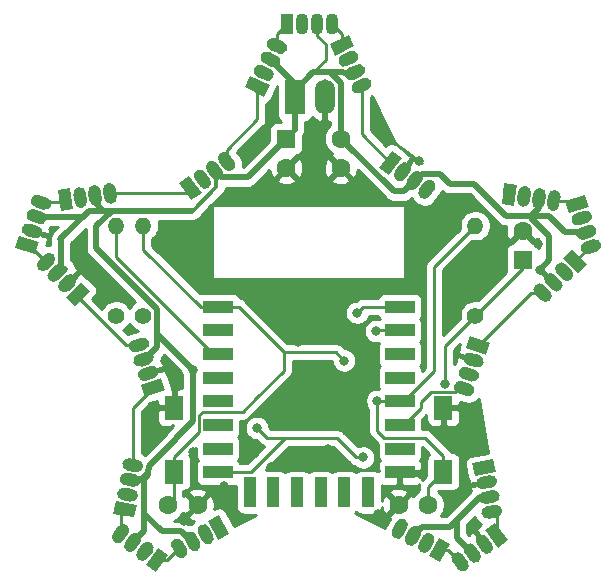
<source format=gbr>
%TF.GenerationSoftware,KiCad,Pcbnew,(5.1.9)-1*%
%TF.CreationDate,2021-09-13T22:43:28+02:00*%
%TF.ProjectId,star,73746172-2e6b-4696-9361-645f70636258,rev?*%
%TF.SameCoordinates,Original*%
%TF.FileFunction,Copper,L1,Top*%
%TF.FilePolarity,Positive*%
%FSLAX46Y46*%
G04 Gerber Fmt 4.6, Leading zero omitted, Abs format (unit mm)*
G04 Created by KiCad (PCBNEW (5.1.9)-1) date 2021-09-13 22:43:28*
%MOMM*%
%LPD*%
G01*
G04 APERTURE LIST*
%TA.AperFunction,ComponentPad*%
%ADD10C,0.100000*%
%TD*%
%TA.AperFunction,ComponentPad*%
%ADD11O,1.070000X1.800000*%
%TD*%
%TA.AperFunction,ComponentPad*%
%ADD12R,1.070000X1.800000*%
%TD*%
%TA.AperFunction,ComponentPad*%
%ADD13O,1.700000X3.000000*%
%TD*%
%TA.AperFunction,ComponentPad*%
%ADD14R,1.700000X3.000000*%
%TD*%
%TA.AperFunction,SMDPad,CuDef*%
%ADD15R,1.100000X2.500000*%
%TD*%
%TA.AperFunction,SMDPad,CuDef*%
%ADD16R,2.500000X1.100000*%
%TD*%
%TA.AperFunction,SMDPad,CuDef*%
%ADD17R,1.600000X2.000000*%
%TD*%
%TA.AperFunction,ComponentPad*%
%ADD18O,1.400000X1.400000*%
%TD*%
%TA.AperFunction,ComponentPad*%
%ADD19C,1.400000*%
%TD*%
%TA.AperFunction,ComponentPad*%
%ADD20C,1.600000*%
%TD*%
%TA.AperFunction,ComponentPad*%
%ADD21R,1.600000X1.600000*%
%TD*%
%TA.AperFunction,ViaPad*%
%ADD22C,0.800000*%
%TD*%
%TA.AperFunction,Conductor*%
%ADD23C,0.250000*%
%TD*%
%TA.AperFunction,Conductor*%
%ADD24C,0.500000*%
%TD*%
%TA.AperFunction,Conductor*%
%ADD25C,0.350000*%
%TD*%
%TA.AperFunction,Conductor*%
%ADD26C,0.254000*%
%TD*%
%TA.AperFunction,Conductor*%
%ADD27C,0.100000*%
%TD*%
G04 APERTURE END LIST*
%TO.P,D7,4*%
%TO.N,Net-(D6-Pad1)*%
%TA.AperFunction,ComponentPad*%
G36*
G01*
X76292319Y-81576131D02*
X75776131Y-82092319D01*
G75*
G02*
X75019527Y-82092319I-378302J378302D01*
G01*
X75019527Y-82092319D01*
G75*
G02*
X75019527Y-81335715I378302J378302D01*
G01*
X75535715Y-80819527D01*
G75*
G02*
X76292319Y-80819527I378302J-378302D01*
G01*
X76292319Y-80819527D01*
G75*
G02*
X76292319Y-81576131I-378302J-378302D01*
G01*
G37*
%TD.AperFunction*%
%TO.P,D7,3*%
%TO.N,+5V*%
%TA.AperFunction,ComponentPad*%
G36*
G01*
X77190345Y-82474157D02*
X76674157Y-82990345D01*
G75*
G02*
X75917553Y-82990345I-378302J378302D01*
G01*
X75917553Y-82990345D01*
G75*
G02*
X75917553Y-82233741I378302J378302D01*
G01*
X76433741Y-81717553D01*
G75*
G02*
X77190345Y-81717553I378302J-378302D01*
G01*
X77190345Y-81717553D01*
G75*
G02*
X77190345Y-82474157I-378302J-378302D01*
G01*
G37*
%TD.AperFunction*%
%TO.P,D7,2*%
%TO.N,GND*%
%TA.AperFunction,ComponentPad*%
G36*
G01*
X78088370Y-83372182D02*
X77572182Y-83888370D01*
G75*
G02*
X76815578Y-83888370I-378302J378302D01*
G01*
X76815578Y-83888370D01*
G75*
G02*
X76815578Y-83131766I378302J378302D01*
G01*
X77331766Y-82615578D01*
G75*
G02*
X78088370Y-82615578I378302J-378302D01*
G01*
X78088370Y-82615578D01*
G75*
G02*
X78088370Y-83372182I-378302J-378302D01*
G01*
G37*
%TD.AperFunction*%
%TA.AperFunction,ComponentPad*%
D10*
%TO.P,D7,1*%
%TO.N,Net-(D7-Pad1)*%
G36*
X79364698Y-83891906D02*
G01*
X78091906Y-85164698D01*
X77335302Y-84408094D01*
X78608094Y-83135302D01*
X79364698Y-83891906D01*
G37*
%TD.AperFunction*%
%TD*%
%TO.P,D6,4*%
%TO.N,/DoD5*%
%TA.AperFunction,ComponentPad*%
G36*
G01*
X75431812Y-77021606D02*
X74737540Y-76796024D01*
G75*
G02*
X74394049Y-76121885I165324J508815D01*
G01*
X74394049Y-76121885D01*
G75*
G02*
X75068188Y-75778394I508815J-165324D01*
G01*
X75762460Y-76003976D01*
G75*
G02*
X76105951Y-76678115I-165324J-508815D01*
G01*
X76105951Y-76678115D01*
G75*
G02*
X75431812Y-77021606I-508815J165324D01*
G01*
G37*
%TD.AperFunction*%
%TO.P,D6,3*%
%TO.N,+5V*%
%TA.AperFunction,ComponentPad*%
G36*
G01*
X75039360Y-78229447D02*
X74345088Y-78003865D01*
G75*
G02*
X74001597Y-77329726I165324J508815D01*
G01*
X74001597Y-77329726D01*
G75*
G02*
X74675736Y-76986235I508815J-165324D01*
G01*
X75370008Y-77211817D01*
G75*
G02*
X75713499Y-77885956I-165324J-508815D01*
G01*
X75713499Y-77885956D01*
G75*
G02*
X75039360Y-78229447I-508815J165324D01*
G01*
G37*
%TD.AperFunction*%
%TO.P,D6,2*%
%TO.N,GND*%
%TA.AperFunction,ComponentPad*%
G36*
G01*
X74646909Y-79437289D02*
X73952637Y-79211707D01*
G75*
G02*
X73609146Y-78537568I165324J508815D01*
G01*
X73609146Y-78537568D01*
G75*
G02*
X74283285Y-78194077I508815J-165324D01*
G01*
X74977557Y-78419659D01*
G75*
G02*
X75321048Y-79093798I-165324J-508815D01*
G01*
X75321048Y-79093798D01*
G75*
G02*
X74646909Y-79437289I-508815J165324D01*
G01*
G37*
%TD.AperFunction*%
%TA.AperFunction,ComponentPad*%
%TO.P,D6,1*%
%TO.N,Net-(D6-Pad1)*%
G36*
X74763272Y-80810456D02*
G01*
X73051370Y-80254225D01*
X73382018Y-79236594D01*
X75093920Y-79792825D01*
X74763272Y-80810456D01*
G37*
%TD.AperFunction*%
%TD*%
%TA.AperFunction,ComponentPad*%
%TO.P,D5,1*%
%TO.N,/DoD5*%
G36*
X76887822Y-77142449D02*
G01*
X76637311Y-75359966D01*
X77696898Y-75211051D01*
X77947409Y-76993534D01*
X76887822Y-77142449D01*
G37*
%TD.AperFunction*%
%TO.P,D5,2*%
%TO.N,GND*%
%TA.AperFunction,ComponentPad*%
G36*
G01*
X78071005Y-76435906D02*
X77969409Y-75713010D01*
G75*
G02*
X78424744Y-75108759I529793J74458D01*
G01*
X78424744Y-75108759D01*
G75*
G02*
X79028995Y-75564094I74458J-529793D01*
G01*
X79130591Y-76286990D01*
G75*
G02*
X78675256Y-76891241I-529793J-74458D01*
G01*
X78675256Y-76891241D01*
G75*
G02*
X78071005Y-76435906I-74458J529793D01*
G01*
G37*
%TD.AperFunction*%
%TO.P,D5,3*%
%TO.N,+5V*%
%TA.AperFunction,ComponentPad*%
G36*
G01*
X79328646Y-76259156D02*
X79227050Y-75536260D01*
G75*
G02*
X79682385Y-74932009I529793J74458D01*
G01*
X79682385Y-74932009D01*
G75*
G02*
X80286636Y-75387344I74458J-529793D01*
G01*
X80388232Y-76110240D01*
G75*
G02*
X79932897Y-76714491I-529793J-74458D01*
G01*
X79932897Y-76714491D01*
G75*
G02*
X79328646Y-76259156I-74458J529793D01*
G01*
G37*
%TD.AperFunction*%
%TO.P,D5,4*%
%TO.N,Net-(D4-Pad1)*%
%TA.AperFunction,ComponentPad*%
G36*
G01*
X80586286Y-76082406D02*
X80484690Y-75359510D01*
G75*
G02*
X80940025Y-74755259I529793J74458D01*
G01*
X80940025Y-74755259D01*
G75*
G02*
X81544276Y-75210594I74458J-529793D01*
G01*
X81645872Y-75933490D01*
G75*
G02*
X81190537Y-76537741I-529793J-74458D01*
G01*
X81190537Y-76537741D01*
G75*
G02*
X80586286Y-76082406I-74458J529793D01*
G01*
G37*
%TD.AperFunction*%
%TD*%
%TA.AperFunction,ComponentPad*%
%TO.P,D4,1*%
%TO.N,Net-(D4-Pad1)*%
G36*
X87963828Y-76232042D02*
G01*
X86905814Y-74775812D01*
X87771462Y-74146882D01*
X88829476Y-75603112D01*
X87963828Y-76232042D01*
G37*
%TD.AperFunction*%
%TO.P,D4,2*%
%TO.N,GND*%
%TA.AperFunction,ComponentPad*%
G36*
G01*
X88676815Y-75052731D02*
X88247731Y-74462149D01*
G75*
G02*
X88366090Y-73714860I432824J314465D01*
G01*
X88366090Y-73714860D01*
G75*
G02*
X89113379Y-73833219I314465J-432824D01*
G01*
X89542463Y-74423801D01*
G75*
G02*
X89424104Y-75171090I-432824J-314465D01*
G01*
X89424104Y-75171090D01*
G75*
G02*
X88676815Y-75052731I-314465J432824D01*
G01*
G37*
%TD.AperFunction*%
%TO.P,D4,3*%
%TO.N,+5V*%
%TA.AperFunction,ComponentPad*%
G36*
G01*
X89704266Y-74306243D02*
X89275182Y-73715661D01*
G75*
G02*
X89393541Y-72968372I432824J314465D01*
G01*
X89393541Y-72968372D01*
G75*
G02*
X90140830Y-73086731I314465J-432824D01*
G01*
X90569914Y-73677313D01*
G75*
G02*
X90451555Y-74424602I-432824J-314465D01*
G01*
X90451555Y-74424602D01*
G75*
G02*
X89704266Y-74306243I-314465J432824D01*
G01*
G37*
%TD.AperFunction*%
%TO.P,D4,4*%
%TO.N,Net-(D3-Pad1)*%
%TA.AperFunction,ComponentPad*%
G36*
G01*
X90731718Y-73559756D02*
X90302634Y-72969174D01*
G75*
G02*
X90420993Y-72221885I432824J314465D01*
G01*
X90420993Y-72221885D01*
G75*
G02*
X91168282Y-72340244I314465J-432824D01*
G01*
X91597366Y-72930826D01*
G75*
G02*
X91479007Y-73678115I-432824J-314465D01*
G01*
X91479007Y-73678115D01*
G75*
G02*
X90731718Y-73559756I-314465J432824D01*
G01*
G37*
%TD.AperFunction*%
%TD*%
%TO.P,D3,4*%
%TO.N,Net-(D2-Pad1)*%
%TA.AperFunction,ComponentPad*%
G36*
G01*
X95300262Y-63799392D02*
X94644142Y-63479382D01*
G75*
G02*
X94397816Y-62763998I234529J480855D01*
G01*
X94397816Y-62763998D01*
G75*
G02*
X95113200Y-62517672I480855J-234529D01*
G01*
X95769320Y-62837682D01*
G75*
G02*
X96015646Y-63553066I-234529J-480855D01*
G01*
X96015646Y-63553066D01*
G75*
G02*
X95300262Y-63799392I-480855J234529D01*
G01*
G37*
%TD.AperFunction*%
%TO.P,D3,3*%
%TO.N,+5V*%
%TA.AperFunction,ComponentPad*%
G36*
G01*
X94743531Y-64940860D02*
X94087411Y-64620850D01*
G75*
G02*
X93841085Y-63905466I234529J480855D01*
G01*
X93841085Y-63905466D01*
G75*
G02*
X94556469Y-63659140I480855J-234529D01*
G01*
X95212589Y-63979150D01*
G75*
G02*
X95458915Y-64694534I-234529J-480855D01*
G01*
X95458915Y-64694534D01*
G75*
G02*
X94743531Y-64940860I-480855J234529D01*
G01*
G37*
%TD.AperFunction*%
%TO.P,D3,2*%
%TO.N,GND*%
%TA.AperFunction,ComponentPad*%
G36*
G01*
X94186799Y-66082329D02*
X93530679Y-65762319D01*
G75*
G02*
X93284353Y-65046935I234529J480855D01*
G01*
X93284353Y-65046935D01*
G75*
G02*
X93999737Y-64800609I480855J-234529D01*
G01*
X94655857Y-65120619D01*
G75*
G02*
X94902183Y-65836003I-234529J-480855D01*
G01*
X94902183Y-65836003D01*
G75*
G02*
X94186799Y-66082329I-480855J234529D01*
G01*
G37*
%TD.AperFunction*%
%TA.AperFunction,ComponentPad*%
%TO.P,D3,1*%
%TO.N,Net-(D3-Pad1)*%
G36*
X94110923Y-67458326D02*
G01*
X92493094Y-66669258D01*
X92962151Y-65707548D01*
X94579980Y-66496616D01*
X94110923Y-67458326D01*
G37*
%TD.AperFunction*%
%TD*%
D11*
%TO.P,D2,4*%
%TO.N,Net-(D1-Pad1)*%
X99890000Y-61300000D03*
%TO.P,D2,3*%
%TO.N,+5V*%
X98620000Y-61300000D03*
%TO.P,D2,2*%
%TO.N,GND*%
X97350000Y-61300000D03*
D12*
%TO.P,D2,1*%
%TO.N,Net-(D2-Pad1)*%
X96080000Y-61300000D03*
%TD*%
%TO.P,D1,4*%
%TO.N,/DoD20*%
%TA.AperFunction,ComponentPad*%
G36*
G01*
X101807605Y-66203555D02*
X102463725Y-65883545D01*
G75*
G02*
X103179109Y-66129871I234529J-480855D01*
G01*
X103179109Y-66129871D01*
G75*
G02*
X102932783Y-66845255I-480855J-234529D01*
G01*
X102276663Y-67165265D01*
G75*
G02*
X101561279Y-66918939I-234529J480855D01*
G01*
X101561279Y-66918939D01*
G75*
G02*
X101807605Y-66203555I480855J234529D01*
G01*
G37*
%TD.AperFunction*%
%TO.P,D1,3*%
%TO.N,+5V*%
%TA.AperFunction,ComponentPad*%
G36*
G01*
X101250874Y-65062087D02*
X101906994Y-64742077D01*
G75*
G02*
X102622378Y-64988403I234529J-480855D01*
G01*
X102622378Y-64988403D01*
G75*
G02*
X102376052Y-65703787I-480855J-234529D01*
G01*
X101719932Y-66023797D01*
G75*
G02*
X101004548Y-65777471I-234529J480855D01*
G01*
X101004548Y-65777471D01*
G75*
G02*
X101250874Y-65062087I480855J234529D01*
G01*
G37*
%TD.AperFunction*%
%TO.P,D1,2*%
%TO.N,GND*%
%TA.AperFunction,ComponentPad*%
G36*
G01*
X100694142Y-63920618D02*
X101350262Y-63600608D01*
G75*
G02*
X102065646Y-63846934I234529J-480855D01*
G01*
X102065646Y-63846934D01*
G75*
G02*
X101819320Y-64562318I-480855J-234529D01*
G01*
X101163200Y-64882328D01*
G75*
G02*
X100447816Y-64636002I-234529J480855D01*
G01*
X100447816Y-64636002D01*
G75*
G02*
X100694142Y-63920618I480855J234529D01*
G01*
G37*
%TD.AperFunction*%
%TA.AperFunction,ComponentPad*%
D10*
%TO.P,D1,1*%
%TO.N,Net-(D1-Pad1)*%
G36*
X99656557Y-63013679D02*
G01*
X101274386Y-62224611D01*
X101743443Y-63186321D01*
X100125614Y-63975389D01*
X99656557Y-63013679D01*
G37*
%TD.AperFunction*%
%TD*%
%TO.P,D20,4*%
%TO.N,Net-(D19-Pad1)*%
%TA.AperFunction,ComponentPad*%
G36*
G01*
X107252634Y-75280826D02*
X107681718Y-74690244D01*
G75*
G02*
X108429007Y-74571885I432824J-314465D01*
G01*
X108429007Y-74571885D01*
G75*
G02*
X108547366Y-75319174I-314465J-432824D01*
G01*
X108118282Y-75909756D01*
G75*
G02*
X107370993Y-76028115I-432824J314465D01*
G01*
X107370993Y-76028115D01*
G75*
G02*
X107252634Y-75280826I314465J432824D01*
G01*
G37*
%TD.AperFunction*%
%TO.P,D20,3*%
%TO.N,+5V*%
%TA.AperFunction,ComponentPad*%
G36*
G01*
X106225182Y-74534339D02*
X106654266Y-73943757D01*
G75*
G02*
X107401555Y-73825398I432824J-314465D01*
G01*
X107401555Y-73825398D01*
G75*
G02*
X107519914Y-74572687I-314465J-432824D01*
G01*
X107090830Y-75163269D01*
G75*
G02*
X106343541Y-75281628I-432824J314465D01*
G01*
X106343541Y-75281628D01*
G75*
G02*
X106225182Y-74534339I314465J432824D01*
G01*
G37*
%TD.AperFunction*%
%TO.P,D20,2*%
%TO.N,GND*%
%TA.AperFunction,ComponentPad*%
G36*
G01*
X105197731Y-73787851D02*
X105626815Y-73197269D01*
G75*
G02*
X106374104Y-73078910I432824J-314465D01*
G01*
X106374104Y-73078910D01*
G75*
G02*
X106492463Y-73826199I-314465J-432824D01*
G01*
X106063379Y-74416781D01*
G75*
G02*
X105316090Y-74535140I-432824J314465D01*
G01*
X105316090Y-74535140D01*
G75*
G02*
X105197731Y-73787851I314465J432824D01*
G01*
G37*
%TD.AperFunction*%
%TA.AperFunction,ComponentPad*%
%TO.P,D20,1*%
%TO.N,/DoD20*%
G36*
X103855814Y-73474188D02*
G01*
X104913828Y-72017958D01*
X105779476Y-72646888D01*
X104721462Y-74103118D01*
X103855814Y-73474188D01*
G37*
%TD.AperFunction*%
%TD*%
%TO.P,D19,4*%
%TO.N,Net-(D18-Pad1)*%
%TA.AperFunction,ComponentPad*%
G36*
G01*
X118069409Y-76536990D02*
X118171005Y-75814094D01*
G75*
G02*
X118775256Y-75358759I529793J-74458D01*
G01*
X118775256Y-75358759D01*
G75*
G02*
X119230591Y-75963010I-74458J-529793D01*
G01*
X119128995Y-76685906D01*
G75*
G02*
X118524744Y-77141241I-529793J74458D01*
G01*
X118524744Y-77141241D01*
G75*
G02*
X118069409Y-76536990I74458J529793D01*
G01*
G37*
%TD.AperFunction*%
%TO.P,D19,3*%
%TO.N,+5V*%
%TA.AperFunction,ComponentPad*%
G36*
G01*
X116811769Y-76360240D02*
X116913365Y-75637344D01*
G75*
G02*
X117517616Y-75182009I529793J-74458D01*
G01*
X117517616Y-75182009D01*
G75*
G02*
X117972951Y-75786260I-74458J-529793D01*
G01*
X117871355Y-76509156D01*
G75*
G02*
X117267104Y-76964491I-529793J74458D01*
G01*
X117267104Y-76964491D01*
G75*
G02*
X116811769Y-76360240I74458J529793D01*
G01*
G37*
%TD.AperFunction*%
%TO.P,D19,2*%
%TO.N,GND*%
%TA.AperFunction,ComponentPad*%
G36*
G01*
X115554128Y-76183490D02*
X115655724Y-75460594D01*
G75*
G02*
X116259975Y-75005259I529793J-74458D01*
G01*
X116259975Y-75005259D01*
G75*
G02*
X116715310Y-75609510I-74458J-529793D01*
G01*
X116613714Y-76332406D01*
G75*
G02*
X116009463Y-76787741I-529793J74458D01*
G01*
X116009463Y-76787741D01*
G75*
G02*
X115554128Y-76183490I74458J529793D01*
G01*
G37*
%TD.AperFunction*%
%TA.AperFunction,ComponentPad*%
%TO.P,D19,1*%
%TO.N,Net-(D19-Pad1)*%
G36*
X114222030Y-76536534D02*
G01*
X114472541Y-74754051D01*
X115532128Y-74902966D01*
X115281617Y-76685449D01*
X114222030Y-76536534D01*
G37*
%TD.AperFunction*%
%TD*%
%TO.P,D18,4*%
%TO.N,Net-(D17-Pad1)*%
%TA.AperFunction,ComponentPad*%
G36*
G01*
X121279992Y-79761817D02*
X121974264Y-79536235D01*
G75*
G02*
X122648403Y-79879726I165324J-508815D01*
G01*
X122648403Y-79879726D01*
G75*
G02*
X122304912Y-80553865I-508815J-165324D01*
G01*
X121610640Y-80779447D01*
G75*
G02*
X120936501Y-80435956I-165324J508815D01*
G01*
X120936501Y-80435956D01*
G75*
G02*
X121279992Y-79761817I508815J165324D01*
G01*
G37*
%TD.AperFunction*%
%TO.P,D18,3*%
%TO.N,+5V*%
%TA.AperFunction,ComponentPad*%
G36*
G01*
X120887540Y-78553976D02*
X121581812Y-78328394D01*
G75*
G02*
X122255951Y-78671885I165324J-508815D01*
G01*
X122255951Y-78671885D01*
G75*
G02*
X121912460Y-79346024I-508815J-165324D01*
G01*
X121218188Y-79571606D01*
G75*
G02*
X120544049Y-79228115I-165324J508815D01*
G01*
X120544049Y-79228115D01*
G75*
G02*
X120887540Y-78553976I508815J165324D01*
G01*
G37*
%TD.AperFunction*%
%TO.P,D18,2*%
%TO.N,GND*%
%TA.AperFunction,ComponentPad*%
G36*
G01*
X120495089Y-77346134D02*
X121189361Y-77120552D01*
G75*
G02*
X121863500Y-77464043I165324J-508815D01*
G01*
X121863500Y-77464043D01*
G75*
G02*
X121520009Y-78138182I-508815J-165324D01*
G01*
X120825737Y-78363764D01*
G75*
G02*
X120151598Y-78020273I-165324J508815D01*
G01*
X120151598Y-78020273D01*
G75*
G02*
X120495089Y-77346134I508815J165324D01*
G01*
G37*
%TD.AperFunction*%
%TA.AperFunction,ComponentPad*%
%TO.P,D18,1*%
%TO.N,Net-(D18-Pad1)*%
G36*
X119593822Y-76303616D02*
G01*
X121305724Y-75747385D01*
X121636372Y-76765016D01*
X119924470Y-77321247D01*
X119593822Y-76303616D01*
G37*
%TD.AperFunction*%
%TD*%
%TO.P,D17,4*%
%TO.N,Net-(D16-Pad1)*%
%TA.AperFunction,ComponentPad*%
G36*
G01*
X117831297Y-83415799D02*
X118338397Y-83940917D01*
G75*
G02*
X118325192Y-84697406I-384847J-371642D01*
G01*
X118325192Y-84697406D01*
G75*
G02*
X117568703Y-84684201I-371642J384847D01*
G01*
X117061603Y-84159083D01*
G75*
G02*
X117074808Y-83402594I384847J371642D01*
G01*
X117074808Y-83402594D01*
G75*
G02*
X117831297Y-83415799I371642J-384847D01*
G01*
G37*
%TD.AperFunction*%
%TO.P,D17,3*%
%TO.N,+5V*%
%TA.AperFunction,ComponentPad*%
G36*
G01*
X118744859Y-82533583D02*
X119251959Y-83058701D01*
G75*
G02*
X119238754Y-83815190I-384847J-371642D01*
G01*
X119238754Y-83815190D01*
G75*
G02*
X118482265Y-83801985I-371642J384847D01*
G01*
X117975165Y-83276867D01*
G75*
G02*
X117988370Y-82520378I384847J371642D01*
G01*
X117988370Y-82520378D01*
G75*
G02*
X118744859Y-82533583I371642J-384847D01*
G01*
G37*
%TD.AperFunction*%
%TO.P,D17,2*%
%TO.N,GND*%
%TA.AperFunction,ComponentPad*%
G36*
G01*
X119658420Y-81651367D02*
X120165520Y-82176485D01*
G75*
G02*
X120152315Y-82932974I-384847J-371642D01*
G01*
X120152315Y-82932974D01*
G75*
G02*
X119395826Y-82919769I-371642J384847D01*
G01*
X118888726Y-82394651D01*
G75*
G02*
X118901931Y-81638162I384847J371642D01*
G01*
X118901931Y-81638162D01*
G75*
G02*
X119658420Y-81651367I371642J-384847D01*
G01*
G37*
%TD.AperFunction*%
%TA.AperFunction,ComponentPad*%
%TO.P,D17,1*%
%TO.N,Net-(D17-Pad1)*%
G36*
X120200339Y-80384304D02*
G01*
X121450724Y-81679116D01*
X120681031Y-82422400D01*
X119430646Y-81127588D01*
X120200339Y-80384304D01*
G37*
%TD.AperFunction*%
%TD*%
%TO.P,D16,4*%
%TO.N,/LED_Din*%
%TA.AperFunction,ComponentPad*%
G36*
G01*
X110883285Y-91544077D02*
X111577557Y-91769659D01*
G75*
G02*
X111921048Y-92443798I-165324J-508815D01*
G01*
X111921048Y-92443798D01*
G75*
G02*
X111246909Y-92787289I-508815J165324D01*
G01*
X110552637Y-92561707D01*
G75*
G02*
X110209146Y-91887568I165324J508815D01*
G01*
X110209146Y-91887568D01*
G75*
G02*
X110883285Y-91544077I508815J-165324D01*
G01*
G37*
%TD.AperFunction*%
%TO.P,D16,3*%
%TO.N,+5V*%
%TA.AperFunction,ComponentPad*%
G36*
G01*
X111275737Y-90336236D02*
X111970009Y-90561818D01*
G75*
G02*
X112313500Y-91235957I-165324J-508815D01*
G01*
X112313500Y-91235957D01*
G75*
G02*
X111639361Y-91579448I-508815J165324D01*
G01*
X110945089Y-91353866D01*
G75*
G02*
X110601598Y-90679727I165324J508815D01*
G01*
X110601598Y-90679727D01*
G75*
G02*
X111275737Y-90336236I508815J-165324D01*
G01*
G37*
%TD.AperFunction*%
%TO.P,D16,2*%
%TO.N,GND*%
%TA.AperFunction,ComponentPad*%
G36*
G01*
X111668188Y-89128394D02*
X112362460Y-89353976D01*
G75*
G02*
X112705951Y-90028115I-165324J-508815D01*
G01*
X112705951Y-90028115D01*
G75*
G02*
X112031812Y-90371606I-508815J165324D01*
G01*
X111337540Y-90146024D01*
G75*
G02*
X110994049Y-89471885I165324J508815D01*
G01*
X110994049Y-89471885D01*
G75*
G02*
X111668188Y-89128394I508815J-165324D01*
G01*
G37*
%TD.AperFunction*%
%TA.AperFunction,ComponentPad*%
%TO.P,D16,1*%
%TO.N,Net-(D16-Pad1)*%
G36*
X111551825Y-87755227D02*
G01*
X113263727Y-88311458D01*
X112933079Y-89329089D01*
X111221177Y-88772858D01*
X111551825Y-87755227D01*
G37*
%TD.AperFunction*%
%TD*%
%TO.P,D15,4*%
%TO.N,Net-(D14-Pad1)*%
%TA.AperFunction,ComponentPad*%
G36*
G01*
X112947643Y-102136510D02*
X113666553Y-102009746D01*
G75*
G02*
X114286327Y-102443716I92902J-526872D01*
G01*
X114286327Y-102443716D01*
G75*
G02*
X113852357Y-103063490I-526872J-92902D01*
G01*
X113133447Y-103190254D01*
G75*
G02*
X112513673Y-102756284I-92902J526872D01*
G01*
X112513673Y-102756284D01*
G75*
G02*
X112947643Y-102136510I526872J92902D01*
G01*
G37*
%TD.AperFunction*%
%TO.P,D15,3*%
%TO.N,+5V*%
%TA.AperFunction,ComponentPad*%
G36*
G01*
X112727109Y-100885804D02*
X113446019Y-100759040D01*
G75*
G02*
X114065793Y-101193010I92902J-526872D01*
G01*
X114065793Y-101193010D01*
G75*
G02*
X113631823Y-101812784I-526872J-92902D01*
G01*
X112912913Y-101939548D01*
G75*
G02*
X112293139Y-101505578I-92902J526872D01*
G01*
X112293139Y-101505578D01*
G75*
G02*
X112727109Y-100885804I526872J92902D01*
G01*
G37*
%TD.AperFunction*%
%TO.P,D15,2*%
%TO.N,GND*%
%TA.AperFunction,ComponentPad*%
G36*
G01*
X112506576Y-99635098D02*
X113225486Y-99508334D01*
G75*
G02*
X113845260Y-99942304I92902J-526872D01*
G01*
X113845260Y-99942304D01*
G75*
G02*
X113411290Y-100562078I-526872J-92902D01*
G01*
X112692380Y-100688842D01*
G75*
G02*
X112072606Y-100254872I-92902J526872D01*
G01*
X112072606Y-100254872D01*
G75*
G02*
X112506576Y-99635098I526872J92902D01*
G01*
G37*
%TD.AperFunction*%
%TA.AperFunction,ComponentPad*%
%TO.P,D15,1*%
%TO.N,Net-(D15-Pad1)*%
G36*
X111759171Y-98477293D02*
G01*
X113531825Y-98164726D01*
X113717629Y-99218471D01*
X111944975Y-99531038D01*
X111759171Y-98477293D01*
G37*
%TD.AperFunction*%
%TD*%
%TO.P,D14,4*%
%TO.N,Net-(D13-Pad1)*%
%TA.AperFunction,ComponentPad*%
G36*
G01*
X110935927Y-106229706D02*
X111365011Y-106820288D01*
G75*
G02*
X111246652Y-107567577I-432824J-314465D01*
G01*
X111246652Y-107567577D01*
G75*
G02*
X110499363Y-107449218I-314465J432824D01*
G01*
X110070279Y-106858636D01*
G75*
G02*
X110188638Y-106111347I432824J314465D01*
G01*
X110188638Y-106111347D01*
G75*
G02*
X110935927Y-106229706I314465J-432824D01*
G01*
G37*
%TD.AperFunction*%
%TO.P,D14,3*%
%TO.N,+5V*%
%TA.AperFunction,ComponentPad*%
G36*
G01*
X111963379Y-105483219D02*
X112392463Y-106073801D01*
G75*
G02*
X112274104Y-106821090I-432824J-314465D01*
G01*
X112274104Y-106821090D01*
G75*
G02*
X111526815Y-106702731I-314465J432824D01*
G01*
X111097731Y-106112149D01*
G75*
G02*
X111216090Y-105364860I432824J314465D01*
G01*
X111216090Y-105364860D01*
G75*
G02*
X111963379Y-105483219I314465J-432824D01*
G01*
G37*
%TD.AperFunction*%
%TO.P,D14,2*%
%TO.N,GND*%
%TA.AperFunction,ComponentPad*%
G36*
G01*
X112990830Y-104736731D02*
X113419914Y-105327313D01*
G75*
G02*
X113301555Y-106074602I-432824J-314465D01*
G01*
X113301555Y-106074602D01*
G75*
G02*
X112554266Y-105956243I-314465J432824D01*
G01*
X112125182Y-105365661D01*
G75*
G02*
X112243541Y-104618372I432824J314465D01*
G01*
X112243541Y-104618372D01*
G75*
G02*
X112990830Y-104736731I314465J-432824D01*
G01*
G37*
%TD.AperFunction*%
%TA.AperFunction,ComponentPad*%
%TO.P,D14,1*%
%TO.N,Net-(D14-Pad1)*%
G36*
X113703817Y-103557420D02*
G01*
X114761831Y-105013650D01*
X113896183Y-105642580D01*
X112838169Y-104186350D01*
X113703817Y-103557420D01*
G37*
%TD.AperFunction*%
%TD*%
%TO.P,D13,4*%
%TO.N,Net-(D12-Pad1)*%
%TA.AperFunction,ComponentPad*%
G36*
G01*
X106243734Y-103978891D02*
X105901020Y-104623443D01*
G75*
G02*
X105177476Y-104844653I-472377J251167D01*
G01*
X105177476Y-104844653D01*
G75*
G02*
X104956266Y-104121109I251167J472377D01*
G01*
X105298980Y-103476557D01*
G75*
G02*
X106022524Y-103255347I472377J-251167D01*
G01*
X106022524Y-103255347D01*
G75*
G02*
X106243734Y-103978891I-251167J-472377D01*
G01*
G37*
%TD.AperFunction*%
%TO.P,D13,3*%
%TO.N,+5V*%
%TA.AperFunction,ComponentPad*%
G36*
G01*
X107365077Y-104575120D02*
X107022363Y-105219672D01*
G75*
G02*
X106298819Y-105440882I-472377J251167D01*
G01*
X106298819Y-105440882D01*
G75*
G02*
X106077609Y-104717338I251167J472377D01*
G01*
X106420323Y-104072786D01*
G75*
G02*
X107143867Y-103851576I472377J-251167D01*
G01*
X107143867Y-103851576D01*
G75*
G02*
X107365077Y-104575120I-251167J-472377D01*
G01*
G37*
%TD.AperFunction*%
%TO.P,D13,2*%
%TO.N,GND*%
%TA.AperFunction,ComponentPad*%
G36*
G01*
X108486421Y-105171349D02*
X108143707Y-105815901D01*
G75*
G02*
X107420163Y-106037111I-472377J251167D01*
G01*
X107420163Y-106037111D01*
G75*
G02*
X107198953Y-105313567I251167J472377D01*
G01*
X107541667Y-104669015D01*
G75*
G02*
X108265211Y-104447805I472377J-251167D01*
G01*
X108265211Y-104447805D01*
G75*
G02*
X108486421Y-105171349I-251167J-472377D01*
G01*
G37*
%TD.AperFunction*%
%TA.AperFunction,ComponentPad*%
%TO.P,D13,1*%
%TO.N,Net-(D13-Pad1)*%
G36*
X109858931Y-105295201D02*
G01*
X109013883Y-106884507D01*
X108069129Y-106382173D01*
X108914177Y-104792867D01*
X109858931Y-105295201D01*
G37*
%TD.AperFunction*%
%TD*%
%TO.P,D8,4*%
%TO.N,Net-(D7-Pad1)*%
%TA.AperFunction,ComponentPad*%
G36*
G01*
X84035105Y-88872499D02*
X83340833Y-89098081D01*
G75*
G02*
X82666694Y-88754590I-165324J508815D01*
G01*
X82666694Y-88754590D01*
G75*
G02*
X83010185Y-88080451I508815J165324D01*
G01*
X83704457Y-87854869D01*
G75*
G02*
X84378596Y-88198360I165324J-508815D01*
G01*
X84378596Y-88198360D01*
G75*
G02*
X84035105Y-88872499I-508815J-165324D01*
G01*
G37*
%TD.AperFunction*%
%TO.P,D8,3*%
%TO.N,+5V*%
%TA.AperFunction,ComponentPad*%
G36*
G01*
X84427557Y-90080340D02*
X83733285Y-90305922D01*
G75*
G02*
X83059146Y-89962431I-165324J508815D01*
G01*
X83059146Y-89962431D01*
G75*
G02*
X83402637Y-89288292I508815J165324D01*
G01*
X84096909Y-89062710D01*
G75*
G02*
X84771048Y-89406201I165324J-508815D01*
G01*
X84771048Y-89406201D01*
G75*
G02*
X84427557Y-90080340I-508815J-165324D01*
G01*
G37*
%TD.AperFunction*%
%TO.P,D8,2*%
%TO.N,GND*%
%TA.AperFunction,ComponentPad*%
G36*
G01*
X84820008Y-91288182D02*
X84125736Y-91513764D01*
G75*
G02*
X83451597Y-91170273I-165324J508815D01*
G01*
X83451597Y-91170273D01*
G75*
G02*
X83795088Y-90496134I508815J165324D01*
G01*
X84489360Y-90270552D01*
G75*
G02*
X85163499Y-90614043I165324J-508815D01*
G01*
X85163499Y-90614043D01*
G75*
G02*
X84820008Y-91288182I-508815J-165324D01*
G01*
G37*
%TD.AperFunction*%
%TA.AperFunction,ComponentPad*%
%TO.P,D8,1*%
%TO.N,Net-(D8-Pad1)*%
G36*
X85721275Y-92330700D02*
G01*
X84009373Y-92886931D01*
X83678725Y-91869300D01*
X85390627Y-91313069D01*
X85721275Y-92330700D01*
G37*
%TD.AperFunction*%
%TD*%
%TO.P,D9,4*%
%TO.N,Net-(D8-Pad1)*%
%TA.AperFunction,ComponentPad*%
G36*
G01*
X83266553Y-99240254D02*
X82547643Y-99113490D01*
G75*
G02*
X82113673Y-98493716I92902J526872D01*
G01*
X82113673Y-98493716D01*
G75*
G02*
X82733447Y-98059746I526872J-92902D01*
G01*
X83452357Y-98186510D01*
G75*
G02*
X83886327Y-98806284I-92902J-526872D01*
G01*
X83886327Y-98806284D01*
G75*
G02*
X83266553Y-99240254I-526872J92902D01*
G01*
G37*
%TD.AperFunction*%
%TO.P,D9,3*%
%TO.N,+5V*%
%TA.AperFunction,ComponentPad*%
G36*
G01*
X83046019Y-100490960D02*
X82327109Y-100364196D01*
G75*
G02*
X81893139Y-99744422I92902J526872D01*
G01*
X81893139Y-99744422D01*
G75*
G02*
X82512913Y-99310452I526872J-92902D01*
G01*
X83231823Y-99437216D01*
G75*
G02*
X83665793Y-100056990I-92902J-526872D01*
G01*
X83665793Y-100056990D01*
G75*
G02*
X83046019Y-100490960I-526872J92902D01*
G01*
G37*
%TD.AperFunction*%
%TO.P,D9,2*%
%TO.N,GND*%
%TA.AperFunction,ComponentPad*%
G36*
G01*
X82825486Y-101741666D02*
X82106576Y-101614902D01*
G75*
G02*
X81672606Y-100995128I92902J526872D01*
G01*
X81672606Y-100995128D01*
G75*
G02*
X82292380Y-100561158I526872J-92902D01*
G01*
X83011290Y-100687922D01*
G75*
G02*
X83445260Y-101307696I-92902J-526872D01*
G01*
X83445260Y-101307696D01*
G75*
G02*
X82825486Y-101741666I-526872J92902D01*
G01*
G37*
%TD.AperFunction*%
%TA.AperFunction,ComponentPad*%
%TO.P,D9,1*%
%TO.N,Net-(D10-Pad4)*%
G36*
X83131825Y-103085274D02*
G01*
X81359171Y-102772707D01*
X81544975Y-101718962D01*
X83317629Y-102031529D01*
X83131825Y-103085274D01*
G37*
%TD.AperFunction*%
%TD*%
%TO.P,D10,4*%
%TO.N,Net-(D10-Pad4)*%
%TA.AperFunction,ComponentPad*%
G36*
G01*
X82619914Y-104472687D02*
X82190830Y-105063269D01*
G75*
G02*
X81443541Y-105181628I-432824J314465D01*
G01*
X81443541Y-105181628D01*
G75*
G02*
X81325182Y-104434339I314465J432824D01*
G01*
X81754266Y-103843757D01*
G75*
G02*
X82501555Y-103725398I432824J-314465D01*
G01*
X82501555Y-103725398D01*
G75*
G02*
X82619914Y-104472687I-314465J-432824D01*
G01*
G37*
%TD.AperFunction*%
%TO.P,D10,3*%
%TO.N,+5V*%
%TA.AperFunction,ComponentPad*%
G36*
G01*
X83647366Y-105219174D02*
X83218282Y-105809756D01*
G75*
G02*
X82470993Y-105928115I-432824J314465D01*
G01*
X82470993Y-105928115D01*
G75*
G02*
X82352634Y-105180826I314465J432824D01*
G01*
X82781718Y-104590244D01*
G75*
G02*
X83529007Y-104471885I432824J-314465D01*
G01*
X83529007Y-104471885D01*
G75*
G02*
X83647366Y-105219174I-314465J-432824D01*
G01*
G37*
%TD.AperFunction*%
%TO.P,D10,2*%
%TO.N,GND*%
%TA.AperFunction,ComponentPad*%
G36*
G01*
X84674817Y-105965662D02*
X84245733Y-106556244D01*
G75*
G02*
X83498444Y-106674603I-432824J314465D01*
G01*
X83498444Y-106674603D01*
G75*
G02*
X83380085Y-105927314I314465J432824D01*
G01*
X83809169Y-105336732D01*
G75*
G02*
X84556458Y-105218373I432824J-314465D01*
G01*
X84556458Y-105218373D01*
G75*
G02*
X84674817Y-105965662I-314465J-432824D01*
G01*
G37*
%TD.AperFunction*%
%TA.AperFunction,ComponentPad*%
%TO.P,D10,1*%
%TO.N,/DoD10*%
G36*
X86016734Y-106279325D02*
G01*
X84958720Y-107735555D01*
X84093072Y-107106625D01*
X85151086Y-105650395D01*
X86016734Y-106279325D01*
G37*
%TD.AperFunction*%
%TD*%
%TO.P,D11,4*%
%TO.N,/DoD10*%
%TA.AperFunction,ComponentPad*%
G36*
G01*
X87229677Y-105122786D02*
X87572391Y-105767338D01*
G75*
G02*
X87351181Y-106490882I-472377J-251167D01*
G01*
X87351181Y-106490882D01*
G75*
G02*
X86627637Y-106269672I-251167J472377D01*
G01*
X86284923Y-105625120D01*
G75*
G02*
X86506133Y-104901576I472377J251167D01*
G01*
X86506133Y-104901576D01*
G75*
G02*
X87229677Y-105122786I251167J-472377D01*
G01*
G37*
%TD.AperFunction*%
%TO.P,D11,3*%
%TO.N,+5V*%
%TA.AperFunction,ComponentPad*%
G36*
G01*
X88351020Y-104526557D02*
X88693734Y-105171109D01*
G75*
G02*
X88472524Y-105894653I-472377J-251167D01*
G01*
X88472524Y-105894653D01*
G75*
G02*
X87748980Y-105673443I-251167J472377D01*
G01*
X87406266Y-105028891D01*
G75*
G02*
X87627476Y-104305347I472377J251167D01*
G01*
X87627476Y-104305347D01*
G75*
G02*
X88351020Y-104526557I251167J-472377D01*
G01*
G37*
%TD.AperFunction*%
%TO.P,D11,2*%
%TO.N,GND*%
%TA.AperFunction,ComponentPad*%
G36*
G01*
X89472364Y-103930328D02*
X89815078Y-104574880D01*
G75*
G02*
X89593868Y-105298424I-472377J-251167D01*
G01*
X89593868Y-105298424D01*
G75*
G02*
X88870324Y-105077214I-251167J472377D01*
G01*
X88527610Y-104432662D01*
G75*
G02*
X88748820Y-103709118I472377J251167D01*
G01*
X88748820Y-103709118D01*
G75*
G02*
X89472364Y-103930328I251167J-472377D01*
G01*
G37*
%TD.AperFunction*%
%TA.AperFunction,ComponentPad*%
%TO.P,D11,1*%
%TO.N,Net-(D11-Pad1)*%
G36*
X90342540Y-102861722D02*
G01*
X91187588Y-104451028D01*
X90242834Y-104953362D01*
X89397786Y-103364056D01*
X90342540Y-102861722D01*
G37*
%TD.AperFunction*%
%TD*%
D13*
%TO.P,J1,2*%
%TO.N,GND*%
X99240000Y-67500000D03*
D14*
%TO.P,J1,1*%
%TO.N,+5V*%
X96700000Y-67500000D03*
%TD*%
D15*
%TO.P,U1,22*%
%TO.N,Net-(U1-Pad22)*%
X102900000Y-100950000D03*
%TO.P,U1,21*%
%TO.N,Net-(U1-Pad21)*%
X100900000Y-100950000D03*
%TO.P,U1,20*%
%TO.N,Net-(U1-Pad20)*%
X98900000Y-100950000D03*
%TO.P,U1,19*%
%TO.N,Net-(U1-Pad19)*%
X96900000Y-100950000D03*
%TO.P,U1,18*%
%TO.N,Net-(U1-Pad18)*%
X94900000Y-100950000D03*
%TO.P,U1,17*%
%TO.N,Net-(U1-Pad17)*%
X92900000Y-100950000D03*
D16*
%TO.P,U1,16*%
%TO.N,/TXD*%
X105610000Y-85250000D03*
%TO.P,U1,15*%
%TO.N,/RXD*%
X105610000Y-87250000D03*
%TO.P,U1,14*%
%TO.N,Net-(U1-Pad14)*%
X105610000Y-89250000D03*
%TO.P,U1,13*%
%TO.N,Net-(U1-Pad13)*%
X105610000Y-91250000D03*
%TO.P,U1,12*%
%TO.N,/GPIO0*%
X105610000Y-93250000D03*
%TO.P,U1,11*%
%TO.N,/LED_Din*%
X105610000Y-95250000D03*
%TO.P,U1,10*%
%TO.N,Net-(U1-Pad10)*%
X105610000Y-97250000D03*
%TO.P,U1,9*%
%TO.N,GND*%
X105610000Y-99250000D03*
%TO.P,U1,8*%
%TO.N,+3V3*%
X90210000Y-99250000D03*
%TO.P,U1,7*%
%TO.N,Net-(U1-Pad7)*%
X90210000Y-97250000D03*
%TO.P,U1,6*%
%TO.N,Net-(U1-Pad6)*%
X90210000Y-95250000D03*
%TO.P,U1,5*%
%TO.N,Net-(U1-Pad5)*%
X90210000Y-93250000D03*
%TO.P,U1,4*%
%TO.N,Net-(U1-Pad4)*%
X90210000Y-91250000D03*
%TO.P,U1,3*%
%TO.N,Net-(R1-Pad2)*%
X90210000Y-89250000D03*
%TO.P,U1,2*%
%TO.N,Net-(U1-Pad2)*%
X90210000Y-87250000D03*
%TO.P,U1,1*%
%TO.N,/RST*%
X90210000Y-85250000D03*
%TD*%
D17*
%TO.P,SW2,1*%
%TO.N,/GPIO0*%
X109300000Y-99200000D03*
%TO.P,SW2,2*%
%TO.N,GND*%
X109300000Y-93800000D03*
%TD*%
%TO.P,SW1,1*%
%TO.N,/RST*%
X86500000Y-99200000D03*
%TO.P,SW1,2*%
%TO.N,GND*%
X86500000Y-93800000D03*
%TD*%
D18*
%TO.P,R3,2*%
%TO.N,/GPIO0*%
X112000000Y-78380000D03*
D19*
%TO.P,R3,1*%
%TO.N,+3V3*%
X112000000Y-86000000D03*
%TD*%
D18*
%TO.P,R2,2*%
%TO.N,/RST*%
X83900000Y-78380000D03*
D19*
%TO.P,R2,1*%
%TO.N,+3V3*%
X83900000Y-86000000D03*
%TD*%
D18*
%TO.P,R1,2*%
%TO.N,Net-(R1-Pad2)*%
X81600000Y-78380000D03*
D19*
%TO.P,R1,1*%
%TO.N,+3V3*%
X81600000Y-86000000D03*
%TD*%
D20*
%TO.P,C5,2*%
%TO.N,/GPIO0*%
X108000000Y-102000000D03*
%TO.P,C5,1*%
%TO.N,GND*%
X105500000Y-102000000D03*
%TD*%
%TO.P,C4,2*%
%TO.N,/RST*%
X86000000Y-102000000D03*
%TO.P,C4,1*%
%TO.N,GND*%
X88500000Y-102000000D03*
%TD*%
%TO.P,C3,2*%
%TO.N,GND*%
X100600000Y-73500000D03*
%TO.P,C3,1*%
%TO.N,+5V*%
X100600000Y-71000000D03*
%TD*%
%TO.P,C2,2*%
%TO.N,GND*%
X116000000Y-78800000D03*
D21*
%TO.P,C2,1*%
%TO.N,+3V3*%
X116000000Y-81300000D03*
%TD*%
D20*
%TO.P,C1,2*%
%TO.N,GND*%
X96000000Y-73500000D03*
D21*
%TO.P,C1,1*%
%TO.N,+5V*%
X96000000Y-71000000D03*
%TD*%
D22*
%TO.N,+3V3*%
X102500000Y-98000000D03*
X93500000Y-95500000D03*
X109423200Y-91749999D03*
%TO.N,GND*%
X94700000Y-68200000D03*
X101250000Y-95750000D03*
X99500000Y-97250000D03*
X101900000Y-93600000D03*
X95900000Y-94900000D03*
X90700000Y-100400000D03*
X91400000Y-102600000D03*
X109677200Y-96367600D03*
X110400000Y-101400000D03*
X111700000Y-103800000D03*
X88100000Y-97500000D03*
X84124800Y-97180400D03*
X84400000Y-94000000D03*
X85598000Y-95758000D03*
X82700000Y-87200000D03*
X90500000Y-83500000D03*
X94250000Y-83500000D03*
X98000000Y-83500000D03*
X102000000Y-83500000D03*
X105250000Y-83500000D03*
X92500000Y-76000000D03*
X96000000Y-76000000D03*
X99500000Y-76000000D03*
X103500000Y-76000000D03*
X103750000Y-69750000D03*
X98250000Y-70750000D03*
X97000000Y-88250000D03*
X107200000Y-72900000D03*
X87000000Y-78800000D03*
X109800000Y-86000000D03*
X109200000Y-78500000D03*
X110300000Y-76098400D03*
X113200000Y-80700000D03*
X78500000Y-80000000D03*
X80900000Y-83900000D03*
X87300000Y-103400000D03*
X93200000Y-97600000D03*
X117300000Y-79900000D03*
X92600000Y-72300000D03*
X107500000Y-99500000D03*
X99400000Y-90700000D03*
X94700000Y-98800000D03*
X103784400Y-102819200D03*
X110998000Y-93878400D03*
X86360000Y-90627200D03*
X101955600Y-90678000D03*
%TO.N,+5V*%
X117500000Y-82100000D03*
X88059989Y-90559987D03*
%TO.N,/RST*%
X100900000Y-89800000D03*
%TO.N,/GPIO0*%
X103700000Y-93200000D03*
%TO.N,/RXD*%
X103600000Y-87300000D03*
%TO.N,/TXD*%
X102000000Y-85750000D03*
%TD*%
D23*
%TO.N,Net-(D1-Pad1)*%
X100700000Y-62110000D02*
X99890000Y-61300000D01*
X100700000Y-63100000D02*
X100700000Y-62110000D01*
%TO.N,Net-(D2-Pad1)*%
X95206731Y-62173269D02*
X96080000Y-61300000D01*
X95206731Y-63158532D02*
X95206731Y-62173269D01*
%TO.N,Net-(D3-Pad1)*%
X90950000Y-72950000D02*
X90950000Y-71950000D01*
X93536537Y-69363463D02*
X93536537Y-66582937D01*
X90950000Y-71950000D02*
X93536537Y-69363463D01*
%TO.N,Net-(D4-Pad1)*%
X87410607Y-75646500D02*
X87867645Y-75189462D01*
X81065281Y-75646500D02*
X87410607Y-75646500D01*
%TO.N,Net-(D6-Pad1)*%
X74223525Y-80023525D02*
X75655923Y-81455923D01*
X74072645Y-80023525D02*
X74223525Y-80023525D01*
%TO.N,Net-(D7-Pad1)*%
X78350000Y-84435966D02*
X78350000Y-84150000D01*
X82390509Y-88476475D02*
X78350000Y-84435966D01*
X83522645Y-88476475D02*
X82390509Y-88476475D01*
%TO.N,Net-(D8-Pad1)*%
X83004462Y-93795538D02*
X84700000Y-92100000D01*
X83000000Y-93821173D02*
X83004462Y-93795538D01*
X83000000Y-98650000D02*
X83000000Y-93821173D01*
%TO.N,Net-(D10-Pad4)*%
X81972548Y-102767970D02*
X82338400Y-102402118D01*
X81972548Y-104453513D02*
X81972548Y-102767970D01*
%TO.N,Net-(D13-Pad1)*%
X109716870Y-105838687D02*
X110717645Y-106839462D01*
X108964030Y-105838687D02*
X109716870Y-105838687D01*
%TO.N,Net-(D14-Pad1)*%
X113800000Y-103000000D02*
X113400000Y-102600000D01*
X113800000Y-104600000D02*
X113800000Y-103000000D01*
%TO.N,+3V3*%
X112000000Y-86195002D02*
X112000000Y-86020000D01*
X116000000Y-82000000D02*
X116000000Y-81300000D01*
X112000000Y-86000000D02*
X116000000Y-82000000D01*
X93500000Y-95500000D02*
X93925001Y-95925001D01*
X93000000Y-99250000D02*
X90910000Y-99250000D01*
X93925001Y-98324999D02*
X93000000Y-99250000D01*
X101926998Y-98000000D02*
X102500000Y-98000000D01*
X100274999Y-96348001D02*
X101926998Y-98000000D01*
X93500000Y-95500000D02*
X94348001Y-96348001D01*
X93925001Y-98324999D02*
X95901999Y-96348001D01*
X95901999Y-96348001D02*
X100274999Y-96348001D01*
X94348001Y-96348001D02*
X95901999Y-96348001D01*
X110750000Y-87250000D02*
X112000000Y-86000000D01*
X109423200Y-88576800D02*
X110750000Y-87250000D01*
X109423200Y-91749999D02*
X109423200Y-88576800D01*
%TO.N,GND*%
X95000000Y-67500000D02*
X95000000Y-67500000D01*
D24*
X88895097Y-74442975D02*
X88500000Y-74047878D01*
D23*
X105160000Y-99500000D02*
X104910000Y-99250000D01*
X107500000Y-99500000D02*
X105160000Y-99500000D01*
D24*
%TO.N,+5V*%
X96700000Y-66350000D02*
X94650000Y-64300000D01*
D23*
X96700000Y-67500000D02*
X96700000Y-66350000D01*
X96700000Y-67500000D02*
X96700000Y-67000000D01*
X96700000Y-70300000D02*
X96000000Y-71000000D01*
D24*
X96700000Y-67500000D02*
X96700000Y-70300000D01*
D23*
X89922548Y-73696487D02*
X89830311Y-73604250D01*
X90014786Y-73788725D02*
X89922548Y-73696487D01*
X79807641Y-75823250D02*
X79807641Y-75974022D01*
D24*
X105951071Y-75474990D02*
X106872548Y-74553513D01*
X105074990Y-75474990D02*
X105951071Y-75474990D01*
X100600000Y-71000000D02*
X105074990Y-75474990D01*
D23*
X117392360Y-76224021D02*
X117392360Y-76073250D01*
X76774026Y-82133872D02*
X76553949Y-82353949D01*
X76774025Y-82133873D02*
X76553949Y-82353949D01*
D24*
X79807641Y-76407641D02*
X80500000Y-77100000D01*
X79807641Y-75823250D02*
X79807641Y-76407641D01*
X79300000Y-77100000D02*
X80500000Y-77100000D01*
X76956985Y-82353949D02*
X77302063Y-82008871D01*
X76553949Y-82353949D02*
X76956985Y-82353949D01*
X80500000Y-77100000D02*
X81200000Y-77100000D01*
X84052288Y-89684316D02*
X83915097Y-89684316D01*
X85050001Y-88686603D02*
X84052288Y-89684316D01*
X79900000Y-80297998D02*
X85050001Y-85447999D01*
X79900000Y-78400000D02*
X79900000Y-80297998D01*
X81200000Y-77100000D02*
X79900000Y-78400000D01*
X88059989Y-90559987D02*
X88059989Y-94940011D01*
X85050001Y-87549999D02*
X88059989Y-90559987D01*
X85050001Y-85447999D02*
X85050001Y-87549999D01*
X85050001Y-87549999D02*
X85050001Y-88686603D01*
X83644178Y-99900706D02*
X82779466Y-99900706D01*
X84258651Y-99286233D02*
X83644178Y-99900706D01*
X84362880Y-98695122D02*
X84258651Y-99286233D01*
X86650001Y-96408001D02*
X84362880Y-98695122D01*
X86650001Y-96349999D02*
X86650001Y-96408001D01*
X88059989Y-94940011D02*
X86650001Y-96349999D01*
X83949999Y-104250001D02*
X83000000Y-105200000D01*
X84258651Y-99483347D02*
X83949999Y-99791999D01*
X84258651Y-99286233D02*
X84258651Y-99483347D01*
X85450001Y-104250001D02*
X83949999Y-102749999D01*
X87049082Y-104250001D02*
X85450001Y-104250001D01*
X87899081Y-105100000D02*
X87049082Y-104250001D01*
X88050000Y-105100000D02*
X87899081Y-105100000D01*
X83949999Y-102749999D02*
X83949999Y-104250001D01*
X83949999Y-99791999D02*
X83949999Y-102749999D01*
X119599747Y-78950000D02*
X121400000Y-78950000D01*
X118199746Y-77549999D02*
X119599747Y-78950000D01*
X111899084Y-74849999D02*
X114599084Y-77549999D01*
X109869976Y-74849999D02*
X111899084Y-74849999D01*
X108987978Y-73968001D02*
X109869976Y-74849999D01*
X107458060Y-73968001D02*
X108987978Y-73968001D01*
X106872548Y-74553513D02*
X107458060Y-73968001D01*
X117392360Y-76073250D02*
X117392360Y-76907640D01*
X117392360Y-76907640D02*
X116750001Y-77549999D01*
X116750001Y-77549999D02*
X118199746Y-77549999D01*
X114599084Y-77549999D02*
X116750001Y-77549999D01*
X110449999Y-104797877D02*
X110449999Y-103291999D01*
X111745097Y-106092975D02*
X110449999Y-104797877D01*
X109883074Y-103858924D02*
X110449999Y-103291999D01*
X107508648Y-103858924D02*
X109883074Y-103858924D01*
X106721343Y-104646229D02*
X107508648Y-103858924D01*
X112392704Y-101349294D02*
X113179466Y-101349294D01*
X110449999Y-103291999D02*
X112392704Y-101349294D01*
X92718001Y-74281999D02*
X96000000Y-71000000D01*
X90508060Y-74281999D02*
X92718001Y-74281999D01*
X89922548Y-73696487D02*
X90508060Y-74281999D01*
X98317063Y-65382937D02*
X98300000Y-65400000D01*
X96700000Y-67000000D02*
X98300000Y-65400000D01*
D23*
X99331547Y-64368453D02*
X98300000Y-65400000D01*
X99331547Y-63022545D02*
X99331547Y-64368453D01*
X98620000Y-62310998D02*
X99331547Y-63022545D01*
X98620000Y-61300000D02*
X98620000Y-62310998D01*
D24*
X100600000Y-66265874D02*
X99717063Y-65382937D01*
X100600000Y-71000000D02*
X100600000Y-66265874D01*
X99717063Y-65382937D02*
X98317063Y-65382937D01*
X76899026Y-79547662D02*
X76875682Y-79524318D01*
X76899026Y-82008872D02*
X76899026Y-79547662D01*
X76553949Y-82353949D02*
X76899026Y-82008872D01*
X76875682Y-79524318D02*
X79300000Y-77100000D01*
X78792159Y-77607841D02*
X79300000Y-77100000D01*
X74857548Y-77607841D02*
X78792159Y-77607841D01*
X100753544Y-65382937D02*
X99717063Y-65382937D01*
X101730750Y-65465650D02*
X100993758Y-65465650D01*
X100993758Y-65465650D02*
X100753544Y-65382937D01*
X101813463Y-65382937D02*
X101730750Y-65465650D01*
X81200000Y-77100000D02*
X88027977Y-77100000D01*
D25*
X88069654Y-77100000D02*
X88027977Y-77100000D01*
X90067409Y-75102245D02*
X88069654Y-77100000D01*
X90067409Y-73841348D02*
X90067409Y-75102245D01*
X89922548Y-73696487D02*
X90067409Y-73841348D01*
D24*
X118281593Y-82835815D02*
X118613562Y-83167784D01*
X116750001Y-77699999D02*
X118281593Y-79231591D01*
X116750001Y-77549999D02*
X116750001Y-77699999D01*
X118567784Y-83167784D02*
X117500000Y-82100000D01*
X118613562Y-83167784D02*
X118567784Y-83167784D01*
X118281593Y-81318407D02*
X117500000Y-82100000D01*
X118281593Y-79231591D02*
X118281593Y-81318407D01*
D23*
%TO.N,/DoD5*%
X77069110Y-76400000D02*
X77292360Y-76176750D01*
X75250000Y-76400000D02*
X77069110Y-76400000D01*
%TO.N,/DoD10*%
X85931911Y-106692975D02*
X86928657Y-105696229D01*
X85054903Y-106692975D02*
X85931911Y-106692975D01*
%TO.N,Net-(D16-Pad1)*%
X116734610Y-84050000D02*
X112242452Y-88542158D01*
X117700000Y-84050000D02*
X116734610Y-84050000D01*
%TO.N,Net-(D17-Pad1)*%
X121686196Y-80157841D02*
X120440685Y-81403352D01*
X121792452Y-80157841D02*
X121686196Y-80157841D01*
%TO.N,Net-(D18-Pad1)*%
X120330781Y-76250000D02*
X120615097Y-76534316D01*
X118650000Y-76250000D02*
X120330781Y-76250000D01*
%TO.N,/RST*%
X86500000Y-101500000D02*
X86000000Y-102000000D01*
X86500000Y-99200000D02*
X86500000Y-101500000D01*
X91960000Y-85250000D02*
X95774999Y-89064999D01*
X90910000Y-85250000D02*
X91960000Y-85250000D01*
X90910000Y-85250000D02*
X88750000Y-85250000D01*
X83900000Y-80400000D02*
X83900000Y-78380000D01*
X88750000Y-85250000D02*
X83900000Y-80400000D01*
X88949997Y-94125001D02*
X92297999Y-94125001D01*
X88634999Y-94439999D02*
X88949997Y-94125001D01*
X88634999Y-95815001D02*
X88634999Y-94439999D01*
X86500000Y-97950000D02*
X88634999Y-95815001D01*
X86500000Y-99200000D02*
X86500000Y-97950000D01*
X92297999Y-94125001D02*
X93461500Y-92961500D01*
X93461500Y-92961500D02*
X95774999Y-90648001D01*
X93347999Y-93075001D02*
X93461500Y-92961500D01*
X100164999Y-89064999D02*
X100900000Y-89800000D01*
X95774999Y-89064999D02*
X100164999Y-89064999D01*
X95774999Y-90648001D02*
X95774999Y-89064999D01*
%TO.N,/GPIO0*%
X108000000Y-100500000D02*
X109300000Y-99200000D01*
X108000000Y-102000000D02*
X108000000Y-100500000D01*
X105995002Y-93250000D02*
X104910000Y-93250000D01*
X108524999Y-90720003D02*
X105995002Y-93250000D01*
X108524999Y-81855001D02*
X108524999Y-90720003D01*
X112000000Y-78380000D02*
X108524999Y-81855001D01*
X104860000Y-93200000D02*
X104910000Y-93250000D01*
X103700000Y-93200000D02*
X104860000Y-93200000D01*
X103700000Y-95725002D02*
X104291798Y-96316800D01*
X103700000Y-93200000D02*
X103700000Y-95725002D01*
X109300000Y-97873002D02*
X109300000Y-99200000D01*
X107743798Y-96316800D02*
X109300000Y-97873002D01*
X104291798Y-96316800D02*
X107743798Y-96316800D01*
%TO.N,/LED_Din*%
X105968800Y-95250000D02*
X107391200Y-93827600D01*
X104910000Y-95250000D02*
X105968800Y-95250000D01*
X110862579Y-92368201D02*
X111065097Y-92165683D01*
X111065097Y-92165683D02*
X110596116Y-92165683D01*
X110596116Y-92165683D02*
X110286800Y-92474999D01*
X107391200Y-93323798D02*
X107391200Y-93827600D01*
X108239999Y-92474999D02*
X107391200Y-93323798D01*
X110286800Y-92474999D02*
X108239999Y-92474999D01*
%TO.N,/RXD*%
X103650000Y-87250000D02*
X103600000Y-87300000D01*
X104910000Y-87250000D02*
X103650000Y-87250000D01*
%TO.N,/TXD*%
X102500000Y-85250000D02*
X104910000Y-85250000D01*
X102000000Y-85750000D02*
X102500000Y-85250000D01*
%TO.N,Net-(R1-Pad2)*%
X81600000Y-81025002D02*
X81600000Y-78380000D01*
X89824998Y-89250000D02*
X81600000Y-81025002D01*
X90910000Y-89250000D02*
X89824998Y-89250000D01*
%TO.N,Net-(U1-Pad14)*%
X104910000Y-89250000D02*
X105995002Y-89250000D01*
%TO.N,/DoD20*%
X102370194Y-70613087D02*
X102370194Y-66524405D01*
X104817645Y-73060538D02*
X102370194Y-70613087D01*
%TD*%
D26*
%TO.N,GND*%
X84192272Y-105884535D02*
X84019463Y-106122386D01*
X83860144Y-106006635D01*
X84032953Y-105768784D01*
X84192272Y-105884535D01*
%TA.AperFunction,Conductor*%
D27*
G36*
X84192272Y-105884535D02*
G01*
X84019463Y-106122386D01*
X83860144Y-106006635D01*
X84032953Y-105768784D01*
X84192272Y-105884535D01*
G37*
%TD.AperFunction*%
D26*
X111944821Y-103089487D02*
X112049004Y-103295065D01*
X112191292Y-103476367D01*
X112366215Y-103626427D01*
X112455655Y-103676772D01*
X112369618Y-103753226D01*
X112294123Y-103852959D01*
X112259975Y-103923363D01*
X112143134Y-103957221D01*
X112071060Y-104164906D01*
X112238605Y-104395512D01*
X112258708Y-104453485D01*
X112321958Y-104561400D01*
X112937369Y-105408440D01*
X112778050Y-105524191D01*
X112443319Y-105063475D01*
X112328593Y-104934369D01*
X112300934Y-104913432D01*
X111865569Y-104314203D01*
X111645778Y-104318572D01*
X111504279Y-104527089D01*
X111484033Y-104580332D01*
X111334999Y-104431299D01*
X111334999Y-103658577D01*
X111935919Y-103057657D01*
X111944821Y-103089487D01*
%TA.AperFunction,Conductor*%
D27*
G36*
X111944821Y-103089487D02*
G01*
X112049004Y-103295065D01*
X112191292Y-103476367D01*
X112366215Y-103626427D01*
X112455655Y-103676772D01*
X112369618Y-103753226D01*
X112294123Y-103852959D01*
X112259975Y-103923363D01*
X112143134Y-103957221D01*
X112071060Y-104164906D01*
X112238605Y-104395512D01*
X112258708Y-104453485D01*
X112321958Y-104561400D01*
X112937369Y-105408440D01*
X112778050Y-105524191D01*
X112443319Y-105063475D01*
X112328593Y-104934369D01*
X112300934Y-104913432D01*
X111865569Y-104314203D01*
X111645778Y-104318572D01*
X111504279Y-104527089D01*
X111484033Y-104580332D01*
X111334999Y-104431299D01*
X111334999Y-103658577D01*
X111935919Y-103057657D01*
X111944821Y-103089487D01*
G37*
%TD.AperFunction*%
D26*
X107997282Y-105158170D02*
X107859257Y-105417756D01*
X107685380Y-105325303D01*
X107823404Y-105065717D01*
X107997282Y-105158170D01*
%TA.AperFunction,Conductor*%
D27*
G36*
X107997282Y-105158170D02*
G01*
X107859257Y-105417756D01*
X107685380Y-105325303D01*
X107823404Y-105065717D01*
X107997282Y-105158170D01*
G37*
%TD.AperFunction*%
D26*
X89325938Y-104588059D02*
X89152061Y-104680512D01*
X89014037Y-104420926D01*
X89187914Y-104328473D01*
X89325938Y-104588059D01*
%TA.AperFunction,Conductor*%
D27*
G36*
X89325938Y-104588059D02*
G01*
X89152061Y-104680512D01*
X89014037Y-104420926D01*
X89187914Y-104328473D01*
X89325938Y-104588059D01*
G37*
%TD.AperFunction*%
D26*
X108077484Y-97725287D02*
X108048815Y-97748815D01*
X107969463Y-97845506D01*
X107910498Y-97955820D01*
X107874188Y-98075518D01*
X107861928Y-98200000D01*
X107861928Y-99563271D01*
X107488998Y-99936201D01*
X107480023Y-99943567D01*
X107485812Y-99924482D01*
X107498072Y-99800000D01*
X107495000Y-99535750D01*
X107336250Y-99377000D01*
X105737000Y-99377000D01*
X105737000Y-100276250D01*
X105895750Y-100435000D01*
X106860000Y-100438072D01*
X106984482Y-100425812D01*
X107104180Y-100389502D01*
X107214494Y-100330537D01*
X107271368Y-100283862D01*
X107250998Y-100351015D01*
X107236324Y-100500000D01*
X107240001Y-100537332D01*
X107240001Y-100781956D01*
X107085241Y-100885363D01*
X106885363Y-101085241D01*
X106751308Y-101285869D01*
X106736671Y-101258486D01*
X106492702Y-101186903D01*
X105679605Y-102000000D01*
X105693748Y-102014143D01*
X105514143Y-102193748D01*
X105500000Y-102179605D01*
X104686903Y-102992702D01*
X104740301Y-103174694D01*
X104368611Y-103873744D01*
X104318513Y-103995441D01*
X101851386Y-102692054D01*
X101900000Y-102652158D01*
X101995506Y-102730537D01*
X102105820Y-102789502D01*
X102225518Y-102825812D01*
X102350000Y-102838072D01*
X103450000Y-102838072D01*
X103574482Y-102825812D01*
X103694180Y-102789502D01*
X103804494Y-102730537D01*
X103901185Y-102651185D01*
X103980537Y-102554494D01*
X104039502Y-102444180D01*
X104075812Y-102324482D01*
X104084437Y-102236907D01*
X104101213Y-102350130D01*
X104196397Y-102616292D01*
X104263329Y-102741514D01*
X104507298Y-102813097D01*
X105320395Y-102000000D01*
X104507298Y-101186903D01*
X104263329Y-101258486D01*
X104142429Y-101513996D01*
X104088072Y-101730848D01*
X104088072Y-101007298D01*
X104686903Y-101007298D01*
X105500000Y-101820395D01*
X106313097Y-101007298D01*
X106241514Y-100763329D01*
X105986004Y-100642429D01*
X105711816Y-100573700D01*
X105429488Y-100559783D01*
X105149870Y-100601213D01*
X104883708Y-100696397D01*
X104758486Y-100763329D01*
X104686903Y-101007298D01*
X104088072Y-101007298D01*
X104088072Y-100374670D01*
X104115820Y-100389502D01*
X104235518Y-100425812D01*
X104360000Y-100438072D01*
X105324250Y-100435000D01*
X105483000Y-100276250D01*
X105483000Y-99377000D01*
X105463000Y-99377000D01*
X105463000Y-99123000D01*
X105483000Y-99123000D01*
X105483000Y-99103000D01*
X105737000Y-99103000D01*
X105737000Y-99123000D01*
X107336250Y-99123000D01*
X107495000Y-98964250D01*
X107498072Y-98700000D01*
X107485812Y-98575518D01*
X107449502Y-98455820D01*
X107390537Y-98345506D01*
X107312158Y-98250000D01*
X107390537Y-98154494D01*
X107449502Y-98044180D01*
X107485812Y-97924482D01*
X107498072Y-97800000D01*
X107498072Y-97145875D01*
X108077484Y-97725287D01*
%TA.AperFunction,Conductor*%
D27*
G36*
X108077484Y-97725287D02*
G01*
X108048815Y-97748815D01*
X107969463Y-97845506D01*
X107910498Y-97955820D01*
X107874188Y-98075518D01*
X107861928Y-98200000D01*
X107861928Y-99563271D01*
X107488998Y-99936201D01*
X107480023Y-99943567D01*
X107485812Y-99924482D01*
X107498072Y-99800000D01*
X107495000Y-99535750D01*
X107336250Y-99377000D01*
X105737000Y-99377000D01*
X105737000Y-100276250D01*
X105895750Y-100435000D01*
X106860000Y-100438072D01*
X106984482Y-100425812D01*
X107104180Y-100389502D01*
X107214494Y-100330537D01*
X107271368Y-100283862D01*
X107250998Y-100351015D01*
X107236324Y-100500000D01*
X107240001Y-100537332D01*
X107240001Y-100781956D01*
X107085241Y-100885363D01*
X106885363Y-101085241D01*
X106751308Y-101285869D01*
X106736671Y-101258486D01*
X106492702Y-101186903D01*
X105679605Y-102000000D01*
X105693748Y-102014143D01*
X105514143Y-102193748D01*
X105500000Y-102179605D01*
X104686903Y-102992702D01*
X104740301Y-103174694D01*
X104368611Y-103873744D01*
X104318513Y-103995441D01*
X101851386Y-102692054D01*
X101900000Y-102652158D01*
X101995506Y-102730537D01*
X102105820Y-102789502D01*
X102225518Y-102825812D01*
X102350000Y-102838072D01*
X103450000Y-102838072D01*
X103574482Y-102825812D01*
X103694180Y-102789502D01*
X103804494Y-102730537D01*
X103901185Y-102651185D01*
X103980537Y-102554494D01*
X104039502Y-102444180D01*
X104075812Y-102324482D01*
X104084437Y-102236907D01*
X104101213Y-102350130D01*
X104196397Y-102616292D01*
X104263329Y-102741514D01*
X104507298Y-102813097D01*
X105320395Y-102000000D01*
X104507298Y-101186903D01*
X104263329Y-101258486D01*
X104142429Y-101513996D01*
X104088072Y-101730848D01*
X104088072Y-101007298D01*
X104686903Y-101007298D01*
X105500000Y-101820395D01*
X106313097Y-101007298D01*
X106241514Y-100763329D01*
X105986004Y-100642429D01*
X105711816Y-100573700D01*
X105429488Y-100559783D01*
X105149870Y-100601213D01*
X104883708Y-100696397D01*
X104758486Y-100763329D01*
X104686903Y-101007298D01*
X104088072Y-101007298D01*
X104088072Y-100374670D01*
X104115820Y-100389502D01*
X104235518Y-100425812D01*
X104360000Y-100438072D01*
X105324250Y-100435000D01*
X105483000Y-100276250D01*
X105483000Y-99377000D01*
X105463000Y-99377000D01*
X105463000Y-99123000D01*
X105483000Y-99123000D01*
X105483000Y-99103000D01*
X105737000Y-99103000D01*
X105737000Y-99123000D01*
X107336250Y-99123000D01*
X107495000Y-98964250D01*
X107498072Y-98700000D01*
X107485812Y-98575518D01*
X107449502Y-98455820D01*
X107390537Y-98345506D01*
X107312158Y-98250000D01*
X107390537Y-98154494D01*
X107449502Y-98044180D01*
X107485812Y-97924482D01*
X107498072Y-97800000D01*
X107498072Y-97145875D01*
X108077484Y-97725287D01*
G37*
%TD.AperFunction*%
D26*
X88321928Y-97800000D02*
X88334188Y-97924482D01*
X88370498Y-98044180D01*
X88429463Y-98154494D01*
X88507842Y-98250000D01*
X88429463Y-98345506D01*
X88370498Y-98455820D01*
X88334188Y-98575518D01*
X88321928Y-98700000D01*
X88321928Y-99800000D01*
X88334188Y-99924482D01*
X88370498Y-100044180D01*
X88429463Y-100154494D01*
X88508815Y-100251185D01*
X88605506Y-100330537D01*
X88715820Y-100389502D01*
X88835518Y-100425812D01*
X88960000Y-100438072D01*
X91460000Y-100438072D01*
X91584482Y-100425812D01*
X91704180Y-100389502D01*
X91711928Y-100385361D01*
X91711928Y-102200000D01*
X91724188Y-102324482D01*
X91760498Y-102444180D01*
X91819463Y-102554494D01*
X91898815Y-102651185D01*
X91995506Y-102730537D01*
X92105820Y-102789502D01*
X92225518Y-102825812D01*
X92350000Y-102838072D01*
X93446584Y-102838072D01*
X91570274Y-103811629D01*
X90905924Y-102562166D01*
X90836658Y-102458011D01*
X90748404Y-102369370D01*
X90644552Y-102299650D01*
X90529095Y-102251531D01*
X90406468Y-102226860D01*
X90281384Y-102226588D01*
X90158650Y-102250722D01*
X90042984Y-102298338D01*
X89883334Y-102383225D01*
X89926300Y-102211816D01*
X89940217Y-101929488D01*
X89898787Y-101649870D01*
X89803603Y-101383708D01*
X89736671Y-101258486D01*
X89492702Y-101186903D01*
X88679605Y-102000000D01*
X88693748Y-102014143D01*
X88514143Y-102193748D01*
X88500000Y-102179605D01*
X87686903Y-102992702D01*
X87758486Y-103236671D01*
X88013996Y-103357571D01*
X88143395Y-103390007D01*
X88029456Y-103515838D01*
X87978780Y-103607940D01*
X87765962Y-103607476D01*
X87680449Y-103624292D01*
X87677899Y-103621184D01*
X87543141Y-103510590D01*
X87389395Y-103428412D01*
X87222572Y-103377806D01*
X87092559Y-103365001D01*
X87092551Y-103365001D01*
X87049082Y-103360720D01*
X87005613Y-103365001D01*
X86454430Y-103365001D01*
X86679727Y-103271680D01*
X86914759Y-103114637D01*
X87114637Y-102914759D01*
X87248692Y-102714131D01*
X87263329Y-102741514D01*
X87507298Y-102813097D01*
X88320395Y-102000000D01*
X87507298Y-101186903D01*
X87263329Y-101258486D01*
X87260000Y-101265522D01*
X87260000Y-101007298D01*
X87686903Y-101007298D01*
X88500000Y-101820395D01*
X89313097Y-101007298D01*
X89241514Y-100763329D01*
X88986004Y-100642429D01*
X88711816Y-100573700D01*
X88429488Y-100559783D01*
X88149870Y-100601213D01*
X87883708Y-100696397D01*
X87758486Y-100763329D01*
X87686903Y-101007298D01*
X87260000Y-101007298D01*
X87260000Y-100838072D01*
X87300000Y-100838072D01*
X87424482Y-100825812D01*
X87544180Y-100789502D01*
X87654494Y-100730537D01*
X87751185Y-100651185D01*
X87830537Y-100554494D01*
X87889502Y-100444180D01*
X87925812Y-100324482D01*
X87938072Y-100200000D01*
X87938072Y-98200000D01*
X87925812Y-98075518D01*
X87889502Y-97955820D01*
X87830537Y-97845506D01*
X87762364Y-97762437D01*
X88321928Y-97202874D01*
X88321928Y-97800000D01*
%TA.AperFunction,Conductor*%
D27*
G36*
X88321928Y-97800000D02*
G01*
X88334188Y-97924482D01*
X88370498Y-98044180D01*
X88429463Y-98154494D01*
X88507842Y-98250000D01*
X88429463Y-98345506D01*
X88370498Y-98455820D01*
X88334188Y-98575518D01*
X88321928Y-98700000D01*
X88321928Y-99800000D01*
X88334188Y-99924482D01*
X88370498Y-100044180D01*
X88429463Y-100154494D01*
X88508815Y-100251185D01*
X88605506Y-100330537D01*
X88715820Y-100389502D01*
X88835518Y-100425812D01*
X88960000Y-100438072D01*
X91460000Y-100438072D01*
X91584482Y-100425812D01*
X91704180Y-100389502D01*
X91711928Y-100385361D01*
X91711928Y-102200000D01*
X91724188Y-102324482D01*
X91760498Y-102444180D01*
X91819463Y-102554494D01*
X91898815Y-102651185D01*
X91995506Y-102730537D01*
X92105820Y-102789502D01*
X92225518Y-102825812D01*
X92350000Y-102838072D01*
X93446584Y-102838072D01*
X91570274Y-103811629D01*
X90905924Y-102562166D01*
X90836658Y-102458011D01*
X90748404Y-102369370D01*
X90644552Y-102299650D01*
X90529095Y-102251531D01*
X90406468Y-102226860D01*
X90281384Y-102226588D01*
X90158650Y-102250722D01*
X90042984Y-102298338D01*
X89883334Y-102383225D01*
X89926300Y-102211816D01*
X89940217Y-101929488D01*
X89898787Y-101649870D01*
X89803603Y-101383708D01*
X89736671Y-101258486D01*
X89492702Y-101186903D01*
X88679605Y-102000000D01*
X88693748Y-102014143D01*
X88514143Y-102193748D01*
X88500000Y-102179605D01*
X87686903Y-102992702D01*
X87758486Y-103236671D01*
X88013996Y-103357571D01*
X88143395Y-103390007D01*
X88029456Y-103515838D01*
X87978780Y-103607940D01*
X87765962Y-103607476D01*
X87680449Y-103624292D01*
X87677899Y-103621184D01*
X87543141Y-103510590D01*
X87389395Y-103428412D01*
X87222572Y-103377806D01*
X87092559Y-103365001D01*
X87092551Y-103365001D01*
X87049082Y-103360720D01*
X87005613Y-103365001D01*
X86454430Y-103365001D01*
X86679727Y-103271680D01*
X86914759Y-103114637D01*
X87114637Y-102914759D01*
X87248692Y-102714131D01*
X87263329Y-102741514D01*
X87507298Y-102813097D01*
X88320395Y-102000000D01*
X87507298Y-101186903D01*
X87263329Y-101258486D01*
X87260000Y-101265522D01*
X87260000Y-101007298D01*
X87686903Y-101007298D01*
X88500000Y-101820395D01*
X89313097Y-101007298D01*
X89241514Y-100763329D01*
X88986004Y-100642429D01*
X88711816Y-100573700D01*
X88429488Y-100559783D01*
X88149870Y-100601213D01*
X87883708Y-100696397D01*
X87758486Y-100763329D01*
X87686903Y-101007298D01*
X87260000Y-101007298D01*
X87260000Y-100838072D01*
X87300000Y-100838072D01*
X87424482Y-100825812D01*
X87544180Y-100789502D01*
X87654494Y-100730537D01*
X87751185Y-100651185D01*
X87830537Y-100554494D01*
X87889502Y-100444180D01*
X87925812Y-100324482D01*
X87938072Y-100200000D01*
X87938072Y-98200000D01*
X87925812Y-98075518D01*
X87889502Y-97955820D01*
X87830537Y-97845506D01*
X87762364Y-97762437D01*
X88321928Y-97202874D01*
X88321928Y-97800000D01*
G37*
%TD.AperFunction*%
D26*
X112313805Y-93053954D02*
X112325107Y-93117268D01*
X113083576Y-97595849D01*
X111648371Y-97848915D01*
X111527909Y-97882605D01*
X111416335Y-97939149D01*
X111317936Y-98016373D01*
X111236493Y-98111310D01*
X111175136Y-98220312D01*
X111136224Y-98339189D01*
X111121251Y-98463374D01*
X111130793Y-98588093D01*
X111316597Y-99641838D01*
X111350287Y-99762300D01*
X111406831Y-99873874D01*
X111455140Y-99935430D01*
X111434352Y-100055288D01*
X111589422Y-100211110D01*
X111870136Y-100161613D01*
X111931056Y-100168958D01*
X112055775Y-100159416D01*
X113086868Y-99977606D01*
X113121064Y-100171543D01*
X112560238Y-100270432D01*
X112393906Y-100316952D01*
X112362964Y-100332633D01*
X111633529Y-100461252D01*
X111541105Y-100660714D01*
X111646306Y-100844113D01*
X109854953Y-102635467D01*
X109854951Y-102635469D01*
X109821183Y-102663182D01*
X109793470Y-102696950D01*
X109516496Y-102973924D01*
X109055472Y-102973924D01*
X109114637Y-102914759D01*
X109271680Y-102679727D01*
X109379853Y-102418574D01*
X109435000Y-102141335D01*
X109435000Y-101858665D01*
X109379853Y-101581426D01*
X109271680Y-101320273D01*
X109114637Y-101085241D01*
X108914759Y-100885363D01*
X108843983Y-100838072D01*
X110100000Y-100838072D01*
X110224482Y-100825812D01*
X110344180Y-100789502D01*
X110454494Y-100730537D01*
X110551185Y-100651185D01*
X110630537Y-100554494D01*
X110689502Y-100444180D01*
X110725812Y-100324482D01*
X110738072Y-100200000D01*
X110738072Y-98200000D01*
X110725812Y-98075518D01*
X110689502Y-97955820D01*
X110630537Y-97845506D01*
X110551185Y-97748815D01*
X110454494Y-97669463D01*
X110344180Y-97610498D01*
X110224482Y-97574188D01*
X110100000Y-97561928D01*
X109995483Y-97561928D01*
X109968005Y-97510522D01*
X109934974Y-97448725D01*
X109863799Y-97361999D01*
X109840001Y-97333001D01*
X109811004Y-97309204D01*
X108307602Y-95805803D01*
X108283799Y-95776799D01*
X108168074Y-95681826D01*
X108036045Y-95611254D01*
X107892784Y-95567797D01*
X107781131Y-95556800D01*
X107781120Y-95556800D01*
X107743798Y-95553124D01*
X107706476Y-95556800D01*
X107498072Y-95556800D01*
X107498072Y-94795530D01*
X107863519Y-94430083D01*
X107861928Y-94800000D01*
X107874188Y-94924482D01*
X107910498Y-95044180D01*
X107969463Y-95154494D01*
X108048815Y-95251185D01*
X108145506Y-95330537D01*
X108255820Y-95389502D01*
X108375518Y-95425812D01*
X108500000Y-95438072D01*
X109014250Y-95435000D01*
X109173000Y-95276250D01*
X109173000Y-93927000D01*
X109427000Y-93927000D01*
X109427000Y-95276250D01*
X109585750Y-95435000D01*
X110100000Y-95438072D01*
X110224482Y-95425812D01*
X110344180Y-95389502D01*
X110454494Y-95330537D01*
X110551185Y-95251185D01*
X110630537Y-95154494D01*
X110689502Y-95044180D01*
X110725812Y-94924482D01*
X110738072Y-94800000D01*
X110735000Y-94085750D01*
X110576250Y-93927000D01*
X109427000Y-93927000D01*
X109173000Y-93927000D01*
X109153000Y-93927000D01*
X109153000Y-93673000D01*
X109173000Y-93673000D01*
X109173000Y-93653000D01*
X109427000Y-93653000D01*
X109427000Y-93673000D01*
X110576250Y-93673000D01*
X110735000Y-93514250D01*
X110735969Y-93288953D01*
X111105348Y-93408971D01*
X111274050Y-93445986D01*
X111504475Y-93450510D01*
X111731356Y-93409994D01*
X111945973Y-93325995D01*
X112140078Y-93201739D01*
X112306213Y-93042004D01*
X112314268Y-93030446D01*
X112313805Y-93053954D01*
%TA.AperFunction,Conductor*%
D27*
G36*
X112313805Y-93053954D02*
G01*
X112325107Y-93117268D01*
X113083576Y-97595849D01*
X111648371Y-97848915D01*
X111527909Y-97882605D01*
X111416335Y-97939149D01*
X111317936Y-98016373D01*
X111236493Y-98111310D01*
X111175136Y-98220312D01*
X111136224Y-98339189D01*
X111121251Y-98463374D01*
X111130793Y-98588093D01*
X111316597Y-99641838D01*
X111350287Y-99762300D01*
X111406831Y-99873874D01*
X111455140Y-99935430D01*
X111434352Y-100055288D01*
X111589422Y-100211110D01*
X111870136Y-100161613D01*
X111931056Y-100168958D01*
X112055775Y-100159416D01*
X113086868Y-99977606D01*
X113121064Y-100171543D01*
X112560238Y-100270432D01*
X112393906Y-100316952D01*
X112362964Y-100332633D01*
X111633529Y-100461252D01*
X111541105Y-100660714D01*
X111646306Y-100844113D01*
X109854953Y-102635467D01*
X109854951Y-102635469D01*
X109821183Y-102663182D01*
X109793470Y-102696950D01*
X109516496Y-102973924D01*
X109055472Y-102973924D01*
X109114637Y-102914759D01*
X109271680Y-102679727D01*
X109379853Y-102418574D01*
X109435000Y-102141335D01*
X109435000Y-101858665D01*
X109379853Y-101581426D01*
X109271680Y-101320273D01*
X109114637Y-101085241D01*
X108914759Y-100885363D01*
X108843983Y-100838072D01*
X110100000Y-100838072D01*
X110224482Y-100825812D01*
X110344180Y-100789502D01*
X110454494Y-100730537D01*
X110551185Y-100651185D01*
X110630537Y-100554494D01*
X110689502Y-100444180D01*
X110725812Y-100324482D01*
X110738072Y-100200000D01*
X110738072Y-98200000D01*
X110725812Y-98075518D01*
X110689502Y-97955820D01*
X110630537Y-97845506D01*
X110551185Y-97748815D01*
X110454494Y-97669463D01*
X110344180Y-97610498D01*
X110224482Y-97574188D01*
X110100000Y-97561928D01*
X109995483Y-97561928D01*
X109968005Y-97510522D01*
X109934974Y-97448725D01*
X109863799Y-97361999D01*
X109840001Y-97333001D01*
X109811004Y-97309204D01*
X108307602Y-95805803D01*
X108283799Y-95776799D01*
X108168074Y-95681826D01*
X108036045Y-95611254D01*
X107892784Y-95567797D01*
X107781131Y-95556800D01*
X107781120Y-95556800D01*
X107743798Y-95553124D01*
X107706476Y-95556800D01*
X107498072Y-95556800D01*
X107498072Y-94795530D01*
X107863519Y-94430083D01*
X107861928Y-94800000D01*
X107874188Y-94924482D01*
X107910498Y-95044180D01*
X107969463Y-95154494D01*
X108048815Y-95251185D01*
X108145506Y-95330537D01*
X108255820Y-95389502D01*
X108375518Y-95425812D01*
X108500000Y-95438072D01*
X109014250Y-95435000D01*
X109173000Y-95276250D01*
X109173000Y-93927000D01*
X109427000Y-93927000D01*
X109427000Y-95276250D01*
X109585750Y-95435000D01*
X110100000Y-95438072D01*
X110224482Y-95425812D01*
X110344180Y-95389502D01*
X110454494Y-95330537D01*
X110551185Y-95251185D01*
X110630537Y-95154494D01*
X110689502Y-95044180D01*
X110725812Y-94924482D01*
X110738072Y-94800000D01*
X110735000Y-94085750D01*
X110576250Y-93927000D01*
X109427000Y-93927000D01*
X109173000Y-93927000D01*
X109153000Y-93927000D01*
X109153000Y-93673000D01*
X109173000Y-93673000D01*
X109173000Y-93653000D01*
X109427000Y-93653000D01*
X109427000Y-93673000D01*
X110576250Y-93673000D01*
X110735000Y-93514250D01*
X110735969Y-93288953D01*
X111105348Y-93408971D01*
X111274050Y-93445986D01*
X111504475Y-93450510D01*
X111731356Y-93409994D01*
X111945973Y-93325995D01*
X112140078Y-93201739D01*
X112306213Y-93042004D01*
X112314268Y-93030446D01*
X112313805Y-93053954D01*
G37*
%TD.AperFunction*%
D26*
X82721064Y-101078457D02*
X82686868Y-101272394D01*
X82397335Y-101221341D01*
X82431531Y-101027404D01*
X82721064Y-101078457D01*
%TA.AperFunction,Conductor*%
D27*
G36*
X82721064Y-101078457D02*
G01*
X82686868Y-101272394D01*
X82397335Y-101221341D01*
X82431531Y-101027404D01*
X82721064Y-101078457D01*
G37*
%TD.AperFunction*%
D26*
X99367000Y-67373000D02*
X99387000Y-67373000D01*
X99387000Y-67627000D01*
X99367000Y-67627000D01*
X99367000Y-69470155D01*
X99596890Y-69591476D01*
X99690953Y-69570563D01*
X99715000Y-69560238D01*
X99715000Y-69865479D01*
X99685241Y-69885363D01*
X99485363Y-70085241D01*
X99328320Y-70320273D01*
X99220147Y-70581426D01*
X99165000Y-70858665D01*
X99165000Y-71141335D01*
X99220147Y-71418574D01*
X99328320Y-71679727D01*
X99485363Y-71914759D01*
X99685241Y-72114637D01*
X99885869Y-72248692D01*
X99858486Y-72263329D01*
X99786903Y-72507298D01*
X100600000Y-73320395D01*
X100614143Y-73306253D01*
X100793748Y-73485858D01*
X100779605Y-73500000D01*
X101592702Y-74313097D01*
X101836671Y-74241514D01*
X101957571Y-73986004D01*
X102026300Y-73711816D01*
X102027894Y-73679473D01*
X104418460Y-76070039D01*
X104446173Y-76103807D01*
X104479941Y-76131520D01*
X104479943Y-76131522D01*
X104580931Y-76214401D01*
X104734676Y-76296579D01*
X104840841Y-76328784D01*
X104901500Y-76347185D01*
X105031513Y-76359990D01*
X105031521Y-76359990D01*
X105074990Y-76364271D01*
X105118459Y-76359990D01*
X105907602Y-76359990D01*
X105951071Y-76364271D01*
X105994540Y-76359990D01*
X105994548Y-76359990D01*
X106124561Y-76347185D01*
X106291384Y-76296579D01*
X106445130Y-76214401D01*
X106579888Y-76103807D01*
X106607605Y-76070034D01*
X106612829Y-76064810D01*
X106683042Y-76209570D01*
X106822143Y-76393329D01*
X106994421Y-76546419D01*
X107193255Y-76662958D01*
X107411005Y-76738467D01*
X107639301Y-76770045D01*
X107869370Y-76756478D01*
X108092372Y-76698286D01*
X108299737Y-76597707D01*
X108483496Y-76458606D01*
X108598222Y-76329500D01*
X109094875Y-75645919D01*
X109182209Y-75496913D01*
X109203606Y-75435208D01*
X109213446Y-75445048D01*
X109241159Y-75478816D01*
X109274927Y-75506529D01*
X109274929Y-75506531D01*
X109375917Y-75589410D01*
X109529662Y-75671588D01*
X109665380Y-75712758D01*
X109696486Y-75722194D01*
X109826499Y-75734999D01*
X109826507Y-75734999D01*
X109869976Y-75739280D01*
X109913445Y-75734999D01*
X111532506Y-75734999D01*
X113942554Y-78145048D01*
X113970267Y-78178816D01*
X114004035Y-78206529D01*
X114004037Y-78206531D01*
X114105025Y-78289410D01*
X114258770Y-78371588D01*
X114352431Y-78400000D01*
X114425594Y-78422194D01*
X114555607Y-78434999D01*
X114555615Y-78434999D01*
X114599084Y-78439280D01*
X114611327Y-78438074D01*
X114573700Y-78588184D01*
X114559783Y-78870512D01*
X114601213Y-79150130D01*
X114696397Y-79416292D01*
X114763329Y-79541514D01*
X115007298Y-79613097D01*
X115820395Y-78800000D01*
X115806253Y-78785858D01*
X115985858Y-78606253D01*
X116000000Y-78620395D01*
X116014143Y-78606253D01*
X116193748Y-78785858D01*
X116179605Y-78800000D01*
X116992702Y-79613097D01*
X117236671Y-79541514D01*
X117269839Y-79471416D01*
X117396593Y-79598170D01*
X117396594Y-80279198D01*
X117389502Y-80255820D01*
X117330537Y-80145506D01*
X117251185Y-80048815D01*
X117154494Y-79969463D01*
X117044180Y-79910498D01*
X116924482Y-79874188D01*
X116800000Y-79861928D01*
X116792785Y-79861928D01*
X116813097Y-79792702D01*
X116000000Y-78979605D01*
X115186903Y-79792702D01*
X115207215Y-79861928D01*
X115200000Y-79861928D01*
X115075518Y-79874188D01*
X114955820Y-79910498D01*
X114845506Y-79969463D01*
X114748815Y-80048815D01*
X114669463Y-80145506D01*
X114610498Y-80255820D01*
X114574188Y-80375518D01*
X114561928Y-80500000D01*
X114561928Y-82100000D01*
X114574188Y-82224482D01*
X114603637Y-82321561D01*
X112238844Y-84686355D01*
X112131486Y-84665000D01*
X111868514Y-84665000D01*
X111610595Y-84716304D01*
X111367641Y-84816939D01*
X111148987Y-84963038D01*
X110963038Y-85148987D01*
X110816939Y-85367641D01*
X110716304Y-85610595D01*
X110665000Y-85868514D01*
X110665000Y-86131486D01*
X110686355Y-86238844D01*
X110239002Y-86686197D01*
X110238997Y-86686201D01*
X109284999Y-87640200D01*
X109284999Y-82169802D01*
X111761157Y-79693645D01*
X111868514Y-79715000D01*
X112131486Y-79715000D01*
X112389405Y-79663696D01*
X112632359Y-79563061D01*
X112851013Y-79416962D01*
X113036962Y-79231013D01*
X113183061Y-79012359D01*
X113283696Y-78769405D01*
X113335000Y-78511486D01*
X113335000Y-78248514D01*
X113283696Y-77990595D01*
X113183061Y-77747641D01*
X113036962Y-77528987D01*
X112851013Y-77343038D01*
X112632359Y-77196939D01*
X112389405Y-77096304D01*
X112131486Y-77045000D01*
X111868514Y-77045000D01*
X111610595Y-77096304D01*
X111367641Y-77196939D01*
X111148987Y-77343038D01*
X110963038Y-77528987D01*
X110816939Y-77747641D01*
X110716304Y-77990595D01*
X110665000Y-78248514D01*
X110665000Y-78511486D01*
X110686355Y-78618843D01*
X108014002Y-81291197D01*
X107984998Y-81315000D01*
X107932490Y-81378982D01*
X107890025Y-81430725D01*
X107845079Y-81514812D01*
X107819453Y-81562755D01*
X107775996Y-81706016D01*
X107764999Y-81817669D01*
X107764999Y-81817679D01*
X107761323Y-81855001D01*
X107764999Y-81892323D01*
X107765000Y-90405200D01*
X107495573Y-90674627D01*
X107485812Y-90575518D01*
X107449502Y-90455820D01*
X107390537Y-90345506D01*
X107312158Y-90250000D01*
X107390537Y-90154494D01*
X107449502Y-90044180D01*
X107485812Y-89924482D01*
X107498072Y-89800000D01*
X107498072Y-88700000D01*
X107485812Y-88575518D01*
X107449502Y-88455820D01*
X107390537Y-88345506D01*
X107312158Y-88250000D01*
X107390537Y-88154494D01*
X107449502Y-88044180D01*
X107485812Y-87924482D01*
X107498072Y-87800000D01*
X107498072Y-86700000D01*
X107485812Y-86575518D01*
X107449502Y-86455820D01*
X107390537Y-86345506D01*
X107312158Y-86250000D01*
X107390537Y-86154494D01*
X107449502Y-86044180D01*
X107485812Y-85924482D01*
X107498072Y-85800000D01*
X107498072Y-84700000D01*
X107485812Y-84575518D01*
X107449502Y-84455820D01*
X107390537Y-84345506D01*
X107311185Y-84248815D01*
X107214494Y-84169463D01*
X107104180Y-84110498D01*
X106984482Y-84074188D01*
X106860000Y-84061928D01*
X104360000Y-84061928D01*
X104235518Y-84074188D01*
X104115820Y-84110498D01*
X104005506Y-84169463D01*
X103908815Y-84248815D01*
X103829463Y-84345506D01*
X103770498Y-84455820D01*
X103760130Y-84490000D01*
X102537325Y-84490000D01*
X102500000Y-84486324D01*
X102462675Y-84490000D01*
X102462667Y-84490000D01*
X102351014Y-84500997D01*
X102207753Y-84544454D01*
X102075724Y-84615026D01*
X101959999Y-84709999D01*
X101955895Y-84715000D01*
X101898061Y-84715000D01*
X101698102Y-84754774D01*
X101509744Y-84832795D01*
X101340226Y-84946063D01*
X101196063Y-85090226D01*
X101082795Y-85259744D01*
X101004774Y-85448102D01*
X100965000Y-85648061D01*
X100965000Y-85851939D01*
X101004774Y-86051898D01*
X101082795Y-86240256D01*
X101196063Y-86409774D01*
X101340226Y-86553937D01*
X101509744Y-86667205D01*
X101698102Y-86745226D01*
X101898061Y-86785000D01*
X102101939Y-86785000D01*
X102301898Y-86745226D01*
X102490256Y-86667205D01*
X102659774Y-86553937D01*
X102803937Y-86409774D01*
X102917205Y-86240256D01*
X102995226Y-86051898D01*
X103003560Y-86010000D01*
X103760130Y-86010000D01*
X103770498Y-86044180D01*
X103829463Y-86154494D01*
X103907842Y-86250000D01*
X103868365Y-86298104D01*
X103701939Y-86265000D01*
X103498061Y-86265000D01*
X103298102Y-86304774D01*
X103109744Y-86382795D01*
X102940226Y-86496063D01*
X102796063Y-86640226D01*
X102682795Y-86809744D01*
X102604774Y-86998102D01*
X102565000Y-87198061D01*
X102565000Y-87401939D01*
X102604774Y-87601898D01*
X102682795Y-87790256D01*
X102796063Y-87959774D01*
X102940226Y-88103937D01*
X103109744Y-88217205D01*
X103298102Y-88295226D01*
X103498061Y-88335000D01*
X103701939Y-88335000D01*
X103864645Y-88302636D01*
X103829463Y-88345506D01*
X103770498Y-88455820D01*
X103734188Y-88575518D01*
X103721928Y-88700000D01*
X103721928Y-89800000D01*
X103734188Y-89924482D01*
X103770498Y-90044180D01*
X103829463Y-90154494D01*
X103907842Y-90250000D01*
X103829463Y-90345506D01*
X103770498Y-90455820D01*
X103734188Y-90575518D01*
X103721928Y-90700000D01*
X103721928Y-91800000D01*
X103734188Y-91924482D01*
X103770498Y-92044180D01*
X103829463Y-92154494D01*
X103845137Y-92173592D01*
X103801939Y-92165000D01*
X103598061Y-92165000D01*
X103398102Y-92204774D01*
X103209744Y-92282795D01*
X103040226Y-92396063D01*
X102896063Y-92540226D01*
X102782795Y-92709744D01*
X102704774Y-92898102D01*
X102665000Y-93098061D01*
X102665000Y-93301939D01*
X102704774Y-93501898D01*
X102782795Y-93690256D01*
X102896063Y-93859774D01*
X102940000Y-93903711D01*
X102940001Y-95687670D01*
X102936324Y-95725002D01*
X102950998Y-95873987D01*
X102994454Y-96017248D01*
X103065026Y-96149278D01*
X103134976Y-96234511D01*
X103160000Y-96265003D01*
X103188998Y-96288801D01*
X103721928Y-96821732D01*
X103721928Y-97800000D01*
X103734188Y-97924482D01*
X103770498Y-98044180D01*
X103829463Y-98154494D01*
X103907842Y-98250000D01*
X103829463Y-98345506D01*
X103770498Y-98455820D01*
X103734188Y-98575518D01*
X103721928Y-98700000D01*
X103725000Y-98964250D01*
X103883748Y-99122998D01*
X103725000Y-99122998D01*
X103725000Y-99126972D01*
X103694180Y-99110498D01*
X103574482Y-99074188D01*
X103450000Y-99061928D01*
X102350000Y-99061928D01*
X102225518Y-99074188D01*
X102105820Y-99110498D01*
X101995506Y-99169463D01*
X101900000Y-99247842D01*
X101804494Y-99169463D01*
X101694180Y-99110498D01*
X101574482Y-99074188D01*
X101450000Y-99061928D01*
X100350000Y-99061928D01*
X100225518Y-99074188D01*
X100105820Y-99110498D01*
X99995506Y-99169463D01*
X99900000Y-99247842D01*
X99804494Y-99169463D01*
X99694180Y-99110498D01*
X99574482Y-99074188D01*
X99450000Y-99061928D01*
X98350000Y-99061928D01*
X98225518Y-99074188D01*
X98105820Y-99110498D01*
X97995506Y-99169463D01*
X97900000Y-99247842D01*
X97804494Y-99169463D01*
X97694180Y-99110498D01*
X97574482Y-99074188D01*
X97450000Y-99061928D01*
X96350000Y-99061928D01*
X96225518Y-99074188D01*
X96105820Y-99110498D01*
X95995506Y-99169463D01*
X95900000Y-99247842D01*
X95804494Y-99169463D01*
X95694180Y-99110498D01*
X95574482Y-99074188D01*
X95450000Y-99061928D01*
X94350000Y-99061928D01*
X94253355Y-99071446D01*
X94488800Y-98836002D01*
X94488804Y-98835997D01*
X96216802Y-97108001D01*
X99960198Y-97108001D01*
X101363203Y-98511008D01*
X101386997Y-98540001D01*
X101415990Y-98563795D01*
X101415994Y-98563799D01*
X101478415Y-98615026D01*
X101502722Y-98634974D01*
X101634751Y-98705546D01*
X101778012Y-98749003D01*
X101786087Y-98749798D01*
X101840226Y-98803937D01*
X102009744Y-98917205D01*
X102198102Y-98995226D01*
X102398061Y-99035000D01*
X102601939Y-99035000D01*
X102801898Y-98995226D01*
X102990256Y-98917205D01*
X103159774Y-98803937D01*
X103303937Y-98659774D01*
X103417205Y-98490256D01*
X103495226Y-98301898D01*
X103535000Y-98101939D01*
X103535000Y-97898061D01*
X103495226Y-97698102D01*
X103417205Y-97509744D01*
X103303937Y-97340226D01*
X103159774Y-97196063D01*
X102990256Y-97082795D01*
X102801898Y-97004774D01*
X102601939Y-96965000D01*
X102398061Y-96965000D01*
X102198102Y-97004774D01*
X102062672Y-97060871D01*
X100838802Y-95837003D01*
X100815000Y-95808000D01*
X100699275Y-95713027D01*
X100567246Y-95642455D01*
X100423985Y-95598998D01*
X100312332Y-95588001D01*
X100312321Y-95588001D01*
X100274999Y-95584325D01*
X100237677Y-95588001D01*
X95939321Y-95588001D01*
X95901998Y-95584325D01*
X95864675Y-95588001D01*
X94662803Y-95588001D01*
X94535000Y-95460198D01*
X94535000Y-95398061D01*
X94495226Y-95198102D01*
X94417205Y-95009744D01*
X94303937Y-94840226D01*
X94159774Y-94696063D01*
X93990256Y-94582795D01*
X93801898Y-94504774D01*
X93601939Y-94465000D01*
X93398061Y-94465000D01*
X93198102Y-94504774D01*
X93009744Y-94582795D01*
X92840226Y-94696063D01*
X92696063Y-94840226D01*
X92582795Y-95009744D01*
X92504774Y-95198102D01*
X92465000Y-95398061D01*
X92465000Y-95601939D01*
X92504774Y-95801898D01*
X92582795Y-95990256D01*
X92696063Y-96159774D01*
X92840226Y-96303937D01*
X93009744Y-96417205D01*
X93198102Y-96495226D01*
X93398061Y-96535000D01*
X93460198Y-96535000D01*
X93784201Y-96859003D01*
X93808000Y-96888002D01*
X93836998Y-96911800D01*
X93923725Y-96982975D01*
X94055754Y-97053547D01*
X94106314Y-97068884D01*
X93414003Y-97761196D01*
X93413998Y-97761200D01*
X92685199Y-98490000D01*
X92059870Y-98490000D01*
X92049502Y-98455820D01*
X91990537Y-98345506D01*
X91912158Y-98250000D01*
X91990537Y-98154494D01*
X92049502Y-98044180D01*
X92085812Y-97924482D01*
X92098072Y-97800000D01*
X92098072Y-96700000D01*
X92085812Y-96575518D01*
X92049502Y-96455820D01*
X91990537Y-96345506D01*
X91912158Y-96250000D01*
X91990537Y-96154494D01*
X92049502Y-96044180D01*
X92085812Y-95924482D01*
X92098072Y-95800000D01*
X92098072Y-94885001D01*
X92260677Y-94885001D01*
X92297999Y-94888677D01*
X92335321Y-94885001D01*
X92335332Y-94885001D01*
X92446985Y-94874004D01*
X92590246Y-94830547D01*
X92722275Y-94759975D01*
X92838000Y-94665002D01*
X92861803Y-94635998D01*
X94025299Y-93472503D01*
X94025303Y-93472498D01*
X96286003Y-91211799D01*
X96315000Y-91188002D01*
X96409973Y-91072277D01*
X96480545Y-90940248D01*
X96524002Y-90796987D01*
X96534999Y-90685334D01*
X96534999Y-90685326D01*
X96538675Y-90648001D01*
X96534999Y-90610676D01*
X96534999Y-89824999D01*
X99850197Y-89824999D01*
X99865000Y-89839802D01*
X99865000Y-89901939D01*
X99904774Y-90101898D01*
X99982795Y-90290256D01*
X100096063Y-90459774D01*
X100240226Y-90603937D01*
X100409744Y-90717205D01*
X100598102Y-90795226D01*
X100798061Y-90835000D01*
X101001939Y-90835000D01*
X101201898Y-90795226D01*
X101390256Y-90717205D01*
X101559774Y-90603937D01*
X101703937Y-90459774D01*
X101817205Y-90290256D01*
X101895226Y-90101898D01*
X101935000Y-89901939D01*
X101935000Y-89698061D01*
X101895226Y-89498102D01*
X101817205Y-89309744D01*
X101703937Y-89140226D01*
X101559774Y-88996063D01*
X101390256Y-88882795D01*
X101201898Y-88804774D01*
X101001939Y-88765000D01*
X100939802Y-88765000D01*
X100728802Y-88554001D01*
X100705000Y-88524998D01*
X100589275Y-88430025D01*
X100457246Y-88359453D01*
X100313985Y-88315996D01*
X100202332Y-88304999D01*
X100202321Y-88304999D01*
X100164999Y-88301323D01*
X100127677Y-88304999D01*
X96089801Y-88304999D01*
X92523804Y-84739003D01*
X92500001Y-84709999D01*
X92384276Y-84615026D01*
X92252247Y-84544454D01*
X92108986Y-84500997D01*
X92061796Y-84496349D01*
X92049502Y-84455820D01*
X91990537Y-84345506D01*
X91911185Y-84248815D01*
X91814494Y-84169463D01*
X91704180Y-84110498D01*
X91584482Y-84074188D01*
X91460000Y-84061928D01*
X88960000Y-84061928D01*
X88835518Y-84074188D01*
X88715820Y-84110498D01*
X88695931Y-84121129D01*
X84660000Y-80085199D01*
X84660000Y-79477775D01*
X84751013Y-79416962D01*
X84936962Y-79231013D01*
X85083061Y-79012359D01*
X85183696Y-78769405D01*
X85235000Y-78511486D01*
X85235000Y-78248514D01*
X85183696Y-77990595D01*
X85181378Y-77985000D01*
X88071454Y-77985000D01*
X88201467Y-77972195D01*
X88368290Y-77921589D01*
X88522036Y-77839411D01*
X88656794Y-77728817D01*
X88767388Y-77594059D01*
X88820530Y-77494636D01*
X89565166Y-76750000D01*
X89673000Y-76750000D01*
X89673000Y-82750000D01*
X89675440Y-82774776D01*
X89682667Y-82798601D01*
X89694403Y-82820557D01*
X89710197Y-82839803D01*
X89729443Y-82855597D01*
X89751399Y-82867333D01*
X89775224Y-82874560D01*
X89800000Y-82877000D01*
X105900000Y-82877000D01*
X105924776Y-82874560D01*
X105948601Y-82867333D01*
X105970557Y-82855597D01*
X105989803Y-82839803D01*
X106005597Y-82820557D01*
X106017333Y-82798601D01*
X106024560Y-82774776D01*
X106027000Y-82750000D01*
X106027000Y-76750000D01*
X106024560Y-76725224D01*
X106017333Y-76701399D01*
X106005597Y-76679443D01*
X105989803Y-76660197D01*
X105970557Y-76644403D01*
X105948601Y-76632667D01*
X105924776Y-76625440D01*
X105900000Y-76623000D01*
X89800000Y-76623000D01*
X89775224Y-76625440D01*
X89751399Y-76632667D01*
X89729443Y-76644403D01*
X89710197Y-76660197D01*
X89694403Y-76679443D01*
X89682667Y-76701399D01*
X89675440Y-76725224D01*
X89673000Y-76750000D01*
X89565166Y-76750000D01*
X90612027Y-75703140D01*
X90642937Y-75677773D01*
X90700277Y-75607903D01*
X90744158Y-75554435D01*
X90802627Y-75445045D01*
X90819372Y-75413718D01*
X90865689Y-75261033D01*
X90874950Y-75166999D01*
X92674532Y-75166999D01*
X92718001Y-75171280D01*
X92761470Y-75166999D01*
X92761478Y-75166999D01*
X92891491Y-75154194D01*
X93058314Y-75103588D01*
X93212060Y-75021410D01*
X93346818Y-74910816D01*
X93374535Y-74877043D01*
X93758876Y-74492702D01*
X95186903Y-74492702D01*
X95258486Y-74736671D01*
X95513996Y-74857571D01*
X95788184Y-74926300D01*
X96070512Y-74940217D01*
X96350130Y-74898787D01*
X96616292Y-74803603D01*
X96741514Y-74736671D01*
X96813097Y-74492702D01*
X99786903Y-74492702D01*
X99858486Y-74736671D01*
X100113996Y-74857571D01*
X100388184Y-74926300D01*
X100670512Y-74940217D01*
X100950130Y-74898787D01*
X101216292Y-74803603D01*
X101341514Y-74736671D01*
X101413097Y-74492702D01*
X100600000Y-73679605D01*
X99786903Y-74492702D01*
X96813097Y-74492702D01*
X96000000Y-73679605D01*
X95186903Y-74492702D01*
X93758876Y-74492702D01*
X94575434Y-73676144D01*
X94601213Y-73850130D01*
X94696397Y-74116292D01*
X94763329Y-74241514D01*
X95007298Y-74313097D01*
X95820395Y-73500000D01*
X96179605Y-73500000D01*
X96992702Y-74313097D01*
X97236671Y-74241514D01*
X97357571Y-73986004D01*
X97426300Y-73711816D01*
X97433265Y-73570512D01*
X99159783Y-73570512D01*
X99201213Y-73850130D01*
X99296397Y-74116292D01*
X99363329Y-74241514D01*
X99607298Y-74313097D01*
X100420395Y-73500000D01*
X99607298Y-72686903D01*
X99363329Y-72758486D01*
X99242429Y-73013996D01*
X99173700Y-73288184D01*
X99159783Y-73570512D01*
X97433265Y-73570512D01*
X97440217Y-73429488D01*
X97398787Y-73149870D01*
X97303603Y-72883708D01*
X97236671Y-72758486D01*
X96992702Y-72686903D01*
X96179605Y-73500000D01*
X95820395Y-73500000D01*
X95806253Y-73485858D01*
X95985858Y-73306253D01*
X96000000Y-73320395D01*
X96813097Y-72507298D01*
X96792785Y-72438072D01*
X96800000Y-72438072D01*
X96924482Y-72425812D01*
X97044180Y-72389502D01*
X97154494Y-72330537D01*
X97251185Y-72251185D01*
X97330537Y-72154494D01*
X97389502Y-72044180D01*
X97425812Y-71924482D01*
X97438072Y-71800000D01*
X97438072Y-70795691D01*
X97439411Y-70794059D01*
X97521589Y-70640313D01*
X97572195Y-70473490D01*
X97585000Y-70343477D01*
X97585000Y-69634625D01*
X97674482Y-69625812D01*
X97794180Y-69589502D01*
X97904494Y-69530537D01*
X98001185Y-69451185D01*
X98080537Y-69354494D01*
X98139502Y-69244180D01*
X98162225Y-69169272D01*
X98279748Y-69289857D01*
X98520574Y-69455291D01*
X98789047Y-69570563D01*
X98883110Y-69591476D01*
X99113000Y-69470155D01*
X99113000Y-67627000D01*
X99093000Y-67627000D01*
X99093000Y-67373000D01*
X99113000Y-67373000D01*
X99113000Y-67353000D01*
X99367000Y-67353000D01*
X99367000Y-67373000D01*
%TA.AperFunction,Conductor*%
D27*
G36*
X99367000Y-67373000D02*
G01*
X99387000Y-67373000D01*
X99387000Y-67627000D01*
X99367000Y-67627000D01*
X99367000Y-69470155D01*
X99596890Y-69591476D01*
X99690953Y-69570563D01*
X99715000Y-69560238D01*
X99715000Y-69865479D01*
X99685241Y-69885363D01*
X99485363Y-70085241D01*
X99328320Y-70320273D01*
X99220147Y-70581426D01*
X99165000Y-70858665D01*
X99165000Y-71141335D01*
X99220147Y-71418574D01*
X99328320Y-71679727D01*
X99485363Y-71914759D01*
X99685241Y-72114637D01*
X99885869Y-72248692D01*
X99858486Y-72263329D01*
X99786903Y-72507298D01*
X100600000Y-73320395D01*
X100614143Y-73306253D01*
X100793748Y-73485858D01*
X100779605Y-73500000D01*
X101592702Y-74313097D01*
X101836671Y-74241514D01*
X101957571Y-73986004D01*
X102026300Y-73711816D01*
X102027894Y-73679473D01*
X104418460Y-76070039D01*
X104446173Y-76103807D01*
X104479941Y-76131520D01*
X104479943Y-76131522D01*
X104580931Y-76214401D01*
X104734676Y-76296579D01*
X104840841Y-76328784D01*
X104901500Y-76347185D01*
X105031513Y-76359990D01*
X105031521Y-76359990D01*
X105074990Y-76364271D01*
X105118459Y-76359990D01*
X105907602Y-76359990D01*
X105951071Y-76364271D01*
X105994540Y-76359990D01*
X105994548Y-76359990D01*
X106124561Y-76347185D01*
X106291384Y-76296579D01*
X106445130Y-76214401D01*
X106579888Y-76103807D01*
X106607605Y-76070034D01*
X106612829Y-76064810D01*
X106683042Y-76209570D01*
X106822143Y-76393329D01*
X106994421Y-76546419D01*
X107193255Y-76662958D01*
X107411005Y-76738467D01*
X107639301Y-76770045D01*
X107869370Y-76756478D01*
X108092372Y-76698286D01*
X108299737Y-76597707D01*
X108483496Y-76458606D01*
X108598222Y-76329500D01*
X109094875Y-75645919D01*
X109182209Y-75496913D01*
X109203606Y-75435208D01*
X109213446Y-75445048D01*
X109241159Y-75478816D01*
X109274927Y-75506529D01*
X109274929Y-75506531D01*
X109375917Y-75589410D01*
X109529662Y-75671588D01*
X109665380Y-75712758D01*
X109696486Y-75722194D01*
X109826499Y-75734999D01*
X109826507Y-75734999D01*
X109869976Y-75739280D01*
X109913445Y-75734999D01*
X111532506Y-75734999D01*
X113942554Y-78145048D01*
X113970267Y-78178816D01*
X114004035Y-78206529D01*
X114004037Y-78206531D01*
X114105025Y-78289410D01*
X114258770Y-78371588D01*
X114352431Y-78400000D01*
X114425594Y-78422194D01*
X114555607Y-78434999D01*
X114555615Y-78434999D01*
X114599084Y-78439280D01*
X114611327Y-78438074D01*
X114573700Y-78588184D01*
X114559783Y-78870512D01*
X114601213Y-79150130D01*
X114696397Y-79416292D01*
X114763329Y-79541514D01*
X115007298Y-79613097D01*
X115820395Y-78800000D01*
X115806253Y-78785858D01*
X115985858Y-78606253D01*
X116000000Y-78620395D01*
X116014143Y-78606253D01*
X116193748Y-78785858D01*
X116179605Y-78800000D01*
X116992702Y-79613097D01*
X117236671Y-79541514D01*
X117269839Y-79471416D01*
X117396593Y-79598170D01*
X117396594Y-80279198D01*
X117389502Y-80255820D01*
X117330537Y-80145506D01*
X117251185Y-80048815D01*
X117154494Y-79969463D01*
X117044180Y-79910498D01*
X116924482Y-79874188D01*
X116800000Y-79861928D01*
X116792785Y-79861928D01*
X116813097Y-79792702D01*
X116000000Y-78979605D01*
X115186903Y-79792702D01*
X115207215Y-79861928D01*
X115200000Y-79861928D01*
X115075518Y-79874188D01*
X114955820Y-79910498D01*
X114845506Y-79969463D01*
X114748815Y-80048815D01*
X114669463Y-80145506D01*
X114610498Y-80255820D01*
X114574188Y-80375518D01*
X114561928Y-80500000D01*
X114561928Y-82100000D01*
X114574188Y-82224482D01*
X114603637Y-82321561D01*
X112238844Y-84686355D01*
X112131486Y-84665000D01*
X111868514Y-84665000D01*
X111610595Y-84716304D01*
X111367641Y-84816939D01*
X111148987Y-84963038D01*
X110963038Y-85148987D01*
X110816939Y-85367641D01*
X110716304Y-85610595D01*
X110665000Y-85868514D01*
X110665000Y-86131486D01*
X110686355Y-86238844D01*
X110239002Y-86686197D01*
X110238997Y-86686201D01*
X109284999Y-87640200D01*
X109284999Y-82169802D01*
X111761157Y-79693645D01*
X111868514Y-79715000D01*
X112131486Y-79715000D01*
X112389405Y-79663696D01*
X112632359Y-79563061D01*
X112851013Y-79416962D01*
X113036962Y-79231013D01*
X113183061Y-79012359D01*
X113283696Y-78769405D01*
X113335000Y-78511486D01*
X113335000Y-78248514D01*
X113283696Y-77990595D01*
X113183061Y-77747641D01*
X113036962Y-77528987D01*
X112851013Y-77343038D01*
X112632359Y-77196939D01*
X112389405Y-77096304D01*
X112131486Y-77045000D01*
X111868514Y-77045000D01*
X111610595Y-77096304D01*
X111367641Y-77196939D01*
X111148987Y-77343038D01*
X110963038Y-77528987D01*
X110816939Y-77747641D01*
X110716304Y-77990595D01*
X110665000Y-78248514D01*
X110665000Y-78511486D01*
X110686355Y-78618843D01*
X108014002Y-81291197D01*
X107984998Y-81315000D01*
X107932490Y-81378982D01*
X107890025Y-81430725D01*
X107845079Y-81514812D01*
X107819453Y-81562755D01*
X107775996Y-81706016D01*
X107764999Y-81817669D01*
X107764999Y-81817679D01*
X107761323Y-81855001D01*
X107764999Y-81892323D01*
X107765000Y-90405200D01*
X107495573Y-90674627D01*
X107485812Y-90575518D01*
X107449502Y-90455820D01*
X107390537Y-90345506D01*
X107312158Y-90250000D01*
X107390537Y-90154494D01*
X107449502Y-90044180D01*
X107485812Y-89924482D01*
X107498072Y-89800000D01*
X107498072Y-88700000D01*
X107485812Y-88575518D01*
X107449502Y-88455820D01*
X107390537Y-88345506D01*
X107312158Y-88250000D01*
X107390537Y-88154494D01*
X107449502Y-88044180D01*
X107485812Y-87924482D01*
X107498072Y-87800000D01*
X107498072Y-86700000D01*
X107485812Y-86575518D01*
X107449502Y-86455820D01*
X107390537Y-86345506D01*
X107312158Y-86250000D01*
X107390537Y-86154494D01*
X107449502Y-86044180D01*
X107485812Y-85924482D01*
X107498072Y-85800000D01*
X107498072Y-84700000D01*
X107485812Y-84575518D01*
X107449502Y-84455820D01*
X107390537Y-84345506D01*
X107311185Y-84248815D01*
X107214494Y-84169463D01*
X107104180Y-84110498D01*
X106984482Y-84074188D01*
X106860000Y-84061928D01*
X104360000Y-84061928D01*
X104235518Y-84074188D01*
X104115820Y-84110498D01*
X104005506Y-84169463D01*
X103908815Y-84248815D01*
X103829463Y-84345506D01*
X103770498Y-84455820D01*
X103760130Y-84490000D01*
X102537325Y-84490000D01*
X102500000Y-84486324D01*
X102462675Y-84490000D01*
X102462667Y-84490000D01*
X102351014Y-84500997D01*
X102207753Y-84544454D01*
X102075724Y-84615026D01*
X101959999Y-84709999D01*
X101955895Y-84715000D01*
X101898061Y-84715000D01*
X101698102Y-84754774D01*
X101509744Y-84832795D01*
X101340226Y-84946063D01*
X101196063Y-85090226D01*
X101082795Y-85259744D01*
X101004774Y-85448102D01*
X100965000Y-85648061D01*
X100965000Y-85851939D01*
X101004774Y-86051898D01*
X101082795Y-86240256D01*
X101196063Y-86409774D01*
X101340226Y-86553937D01*
X101509744Y-86667205D01*
X101698102Y-86745226D01*
X101898061Y-86785000D01*
X102101939Y-86785000D01*
X102301898Y-86745226D01*
X102490256Y-86667205D01*
X102659774Y-86553937D01*
X102803937Y-86409774D01*
X102917205Y-86240256D01*
X102995226Y-86051898D01*
X103003560Y-86010000D01*
X103760130Y-86010000D01*
X103770498Y-86044180D01*
X103829463Y-86154494D01*
X103907842Y-86250000D01*
X103868365Y-86298104D01*
X103701939Y-86265000D01*
X103498061Y-86265000D01*
X103298102Y-86304774D01*
X103109744Y-86382795D01*
X102940226Y-86496063D01*
X102796063Y-86640226D01*
X102682795Y-86809744D01*
X102604774Y-86998102D01*
X102565000Y-87198061D01*
X102565000Y-87401939D01*
X102604774Y-87601898D01*
X102682795Y-87790256D01*
X102796063Y-87959774D01*
X102940226Y-88103937D01*
X103109744Y-88217205D01*
X103298102Y-88295226D01*
X103498061Y-88335000D01*
X103701939Y-88335000D01*
X103864645Y-88302636D01*
X103829463Y-88345506D01*
X103770498Y-88455820D01*
X103734188Y-88575518D01*
X103721928Y-88700000D01*
X103721928Y-89800000D01*
X103734188Y-89924482D01*
X103770498Y-90044180D01*
X103829463Y-90154494D01*
X103907842Y-90250000D01*
X103829463Y-90345506D01*
X103770498Y-90455820D01*
X103734188Y-90575518D01*
X103721928Y-90700000D01*
X103721928Y-91800000D01*
X103734188Y-91924482D01*
X103770498Y-92044180D01*
X103829463Y-92154494D01*
X103845137Y-92173592D01*
X103801939Y-92165000D01*
X103598061Y-92165000D01*
X103398102Y-92204774D01*
X103209744Y-92282795D01*
X103040226Y-92396063D01*
X102896063Y-92540226D01*
X102782795Y-92709744D01*
X102704774Y-92898102D01*
X102665000Y-93098061D01*
X102665000Y-93301939D01*
X102704774Y-93501898D01*
X102782795Y-93690256D01*
X102896063Y-93859774D01*
X102940000Y-93903711D01*
X102940001Y-95687670D01*
X102936324Y-95725002D01*
X102950998Y-95873987D01*
X102994454Y-96017248D01*
X103065026Y-96149278D01*
X103134976Y-96234511D01*
X103160000Y-96265003D01*
X103188998Y-96288801D01*
X103721928Y-96821732D01*
X103721928Y-97800000D01*
X103734188Y-97924482D01*
X103770498Y-98044180D01*
X103829463Y-98154494D01*
X103907842Y-98250000D01*
X103829463Y-98345506D01*
X103770498Y-98455820D01*
X103734188Y-98575518D01*
X103721928Y-98700000D01*
X103725000Y-98964250D01*
X103883748Y-99122998D01*
X103725000Y-99122998D01*
X103725000Y-99126972D01*
X103694180Y-99110498D01*
X103574482Y-99074188D01*
X103450000Y-99061928D01*
X102350000Y-99061928D01*
X102225518Y-99074188D01*
X102105820Y-99110498D01*
X101995506Y-99169463D01*
X101900000Y-99247842D01*
X101804494Y-99169463D01*
X101694180Y-99110498D01*
X101574482Y-99074188D01*
X101450000Y-99061928D01*
X100350000Y-99061928D01*
X100225518Y-99074188D01*
X100105820Y-99110498D01*
X99995506Y-99169463D01*
X99900000Y-99247842D01*
X99804494Y-99169463D01*
X99694180Y-99110498D01*
X99574482Y-99074188D01*
X99450000Y-99061928D01*
X98350000Y-99061928D01*
X98225518Y-99074188D01*
X98105820Y-99110498D01*
X97995506Y-99169463D01*
X97900000Y-99247842D01*
X97804494Y-99169463D01*
X97694180Y-99110498D01*
X97574482Y-99074188D01*
X97450000Y-99061928D01*
X96350000Y-99061928D01*
X96225518Y-99074188D01*
X96105820Y-99110498D01*
X95995506Y-99169463D01*
X95900000Y-99247842D01*
X95804494Y-99169463D01*
X95694180Y-99110498D01*
X95574482Y-99074188D01*
X95450000Y-99061928D01*
X94350000Y-99061928D01*
X94253355Y-99071446D01*
X94488800Y-98836002D01*
X94488804Y-98835997D01*
X96216802Y-97108001D01*
X99960198Y-97108001D01*
X101363203Y-98511008D01*
X101386997Y-98540001D01*
X101415990Y-98563795D01*
X101415994Y-98563799D01*
X101478415Y-98615026D01*
X101502722Y-98634974D01*
X101634751Y-98705546D01*
X101778012Y-98749003D01*
X101786087Y-98749798D01*
X101840226Y-98803937D01*
X102009744Y-98917205D01*
X102198102Y-98995226D01*
X102398061Y-99035000D01*
X102601939Y-99035000D01*
X102801898Y-98995226D01*
X102990256Y-98917205D01*
X103159774Y-98803937D01*
X103303937Y-98659774D01*
X103417205Y-98490256D01*
X103495226Y-98301898D01*
X103535000Y-98101939D01*
X103535000Y-97898061D01*
X103495226Y-97698102D01*
X103417205Y-97509744D01*
X103303937Y-97340226D01*
X103159774Y-97196063D01*
X102990256Y-97082795D01*
X102801898Y-97004774D01*
X102601939Y-96965000D01*
X102398061Y-96965000D01*
X102198102Y-97004774D01*
X102062672Y-97060871D01*
X100838802Y-95837003D01*
X100815000Y-95808000D01*
X100699275Y-95713027D01*
X100567246Y-95642455D01*
X100423985Y-95598998D01*
X100312332Y-95588001D01*
X100312321Y-95588001D01*
X100274999Y-95584325D01*
X100237677Y-95588001D01*
X95939321Y-95588001D01*
X95901998Y-95584325D01*
X95864675Y-95588001D01*
X94662803Y-95588001D01*
X94535000Y-95460198D01*
X94535000Y-95398061D01*
X94495226Y-95198102D01*
X94417205Y-95009744D01*
X94303937Y-94840226D01*
X94159774Y-94696063D01*
X93990256Y-94582795D01*
X93801898Y-94504774D01*
X93601939Y-94465000D01*
X93398061Y-94465000D01*
X93198102Y-94504774D01*
X93009744Y-94582795D01*
X92840226Y-94696063D01*
X92696063Y-94840226D01*
X92582795Y-95009744D01*
X92504774Y-95198102D01*
X92465000Y-95398061D01*
X92465000Y-95601939D01*
X92504774Y-95801898D01*
X92582795Y-95990256D01*
X92696063Y-96159774D01*
X92840226Y-96303937D01*
X93009744Y-96417205D01*
X93198102Y-96495226D01*
X93398061Y-96535000D01*
X93460198Y-96535000D01*
X93784201Y-96859003D01*
X93808000Y-96888002D01*
X93836998Y-96911800D01*
X93923725Y-96982975D01*
X94055754Y-97053547D01*
X94106314Y-97068884D01*
X93414003Y-97761196D01*
X93413998Y-97761200D01*
X92685199Y-98490000D01*
X92059870Y-98490000D01*
X92049502Y-98455820D01*
X91990537Y-98345506D01*
X91912158Y-98250000D01*
X91990537Y-98154494D01*
X92049502Y-98044180D01*
X92085812Y-97924482D01*
X92098072Y-97800000D01*
X92098072Y-96700000D01*
X92085812Y-96575518D01*
X92049502Y-96455820D01*
X91990537Y-96345506D01*
X91912158Y-96250000D01*
X91990537Y-96154494D01*
X92049502Y-96044180D01*
X92085812Y-95924482D01*
X92098072Y-95800000D01*
X92098072Y-94885001D01*
X92260677Y-94885001D01*
X92297999Y-94888677D01*
X92335321Y-94885001D01*
X92335332Y-94885001D01*
X92446985Y-94874004D01*
X92590246Y-94830547D01*
X92722275Y-94759975D01*
X92838000Y-94665002D01*
X92861803Y-94635998D01*
X94025299Y-93472503D01*
X94025303Y-93472498D01*
X96286003Y-91211799D01*
X96315000Y-91188002D01*
X96409973Y-91072277D01*
X96480545Y-90940248D01*
X96524002Y-90796987D01*
X96534999Y-90685334D01*
X96534999Y-90685326D01*
X96538675Y-90648001D01*
X96534999Y-90610676D01*
X96534999Y-89824999D01*
X99850197Y-89824999D01*
X99865000Y-89839802D01*
X99865000Y-89901939D01*
X99904774Y-90101898D01*
X99982795Y-90290256D01*
X100096063Y-90459774D01*
X100240226Y-90603937D01*
X100409744Y-90717205D01*
X100598102Y-90795226D01*
X100798061Y-90835000D01*
X101001939Y-90835000D01*
X101201898Y-90795226D01*
X101390256Y-90717205D01*
X101559774Y-90603937D01*
X101703937Y-90459774D01*
X101817205Y-90290256D01*
X101895226Y-90101898D01*
X101935000Y-89901939D01*
X101935000Y-89698061D01*
X101895226Y-89498102D01*
X101817205Y-89309744D01*
X101703937Y-89140226D01*
X101559774Y-88996063D01*
X101390256Y-88882795D01*
X101201898Y-88804774D01*
X101001939Y-88765000D01*
X100939802Y-88765000D01*
X100728802Y-88554001D01*
X100705000Y-88524998D01*
X100589275Y-88430025D01*
X100457246Y-88359453D01*
X100313985Y-88315996D01*
X100202332Y-88304999D01*
X100202321Y-88304999D01*
X100164999Y-88301323D01*
X100127677Y-88304999D01*
X96089801Y-88304999D01*
X92523804Y-84739003D01*
X92500001Y-84709999D01*
X92384276Y-84615026D01*
X92252247Y-84544454D01*
X92108986Y-84500997D01*
X92061796Y-84496349D01*
X92049502Y-84455820D01*
X91990537Y-84345506D01*
X91911185Y-84248815D01*
X91814494Y-84169463D01*
X91704180Y-84110498D01*
X91584482Y-84074188D01*
X91460000Y-84061928D01*
X88960000Y-84061928D01*
X88835518Y-84074188D01*
X88715820Y-84110498D01*
X88695931Y-84121129D01*
X84660000Y-80085199D01*
X84660000Y-79477775D01*
X84751013Y-79416962D01*
X84936962Y-79231013D01*
X85083061Y-79012359D01*
X85183696Y-78769405D01*
X85235000Y-78511486D01*
X85235000Y-78248514D01*
X85183696Y-77990595D01*
X85181378Y-77985000D01*
X88071454Y-77985000D01*
X88201467Y-77972195D01*
X88368290Y-77921589D01*
X88522036Y-77839411D01*
X88656794Y-77728817D01*
X88767388Y-77594059D01*
X88820530Y-77494636D01*
X89565166Y-76750000D01*
X89673000Y-76750000D01*
X89673000Y-82750000D01*
X89675440Y-82774776D01*
X89682667Y-82798601D01*
X89694403Y-82820557D01*
X89710197Y-82839803D01*
X89729443Y-82855597D01*
X89751399Y-82867333D01*
X89775224Y-82874560D01*
X89800000Y-82877000D01*
X105900000Y-82877000D01*
X105924776Y-82874560D01*
X105948601Y-82867333D01*
X105970557Y-82855597D01*
X105989803Y-82839803D01*
X106005597Y-82820557D01*
X106017333Y-82798601D01*
X106024560Y-82774776D01*
X106027000Y-82750000D01*
X106027000Y-76750000D01*
X106024560Y-76725224D01*
X106017333Y-76701399D01*
X106005597Y-76679443D01*
X105989803Y-76660197D01*
X105970557Y-76644403D01*
X105948601Y-76632667D01*
X105924776Y-76625440D01*
X105900000Y-76623000D01*
X89800000Y-76623000D01*
X89775224Y-76625440D01*
X89751399Y-76632667D01*
X89729443Y-76644403D01*
X89710197Y-76660197D01*
X89694403Y-76679443D01*
X89682667Y-76701399D01*
X89675440Y-76725224D01*
X89673000Y-76750000D01*
X89565166Y-76750000D01*
X90612027Y-75703140D01*
X90642937Y-75677773D01*
X90700277Y-75607903D01*
X90744158Y-75554435D01*
X90802627Y-75445045D01*
X90819372Y-75413718D01*
X90865689Y-75261033D01*
X90874950Y-75166999D01*
X92674532Y-75166999D01*
X92718001Y-75171280D01*
X92761470Y-75166999D01*
X92761478Y-75166999D01*
X92891491Y-75154194D01*
X93058314Y-75103588D01*
X93212060Y-75021410D01*
X93346818Y-74910816D01*
X93374535Y-74877043D01*
X93758876Y-74492702D01*
X95186903Y-74492702D01*
X95258486Y-74736671D01*
X95513996Y-74857571D01*
X95788184Y-74926300D01*
X96070512Y-74940217D01*
X96350130Y-74898787D01*
X96616292Y-74803603D01*
X96741514Y-74736671D01*
X96813097Y-74492702D01*
X99786903Y-74492702D01*
X99858486Y-74736671D01*
X100113996Y-74857571D01*
X100388184Y-74926300D01*
X100670512Y-74940217D01*
X100950130Y-74898787D01*
X101216292Y-74803603D01*
X101341514Y-74736671D01*
X101413097Y-74492702D01*
X100600000Y-73679605D01*
X99786903Y-74492702D01*
X96813097Y-74492702D01*
X96000000Y-73679605D01*
X95186903Y-74492702D01*
X93758876Y-74492702D01*
X94575434Y-73676144D01*
X94601213Y-73850130D01*
X94696397Y-74116292D01*
X94763329Y-74241514D01*
X95007298Y-74313097D01*
X95820395Y-73500000D01*
X96179605Y-73500000D01*
X96992702Y-74313097D01*
X97236671Y-74241514D01*
X97357571Y-73986004D01*
X97426300Y-73711816D01*
X97433265Y-73570512D01*
X99159783Y-73570512D01*
X99201213Y-73850130D01*
X99296397Y-74116292D01*
X99363329Y-74241514D01*
X99607298Y-74313097D01*
X100420395Y-73500000D01*
X99607298Y-72686903D01*
X99363329Y-72758486D01*
X99242429Y-73013996D01*
X99173700Y-73288184D01*
X99159783Y-73570512D01*
X97433265Y-73570512D01*
X97440217Y-73429488D01*
X97398787Y-73149870D01*
X97303603Y-72883708D01*
X97236671Y-72758486D01*
X96992702Y-72686903D01*
X96179605Y-73500000D01*
X95820395Y-73500000D01*
X95806253Y-73485858D01*
X95985858Y-73306253D01*
X96000000Y-73320395D01*
X96813097Y-72507298D01*
X96792785Y-72438072D01*
X96800000Y-72438072D01*
X96924482Y-72425812D01*
X97044180Y-72389502D01*
X97154494Y-72330537D01*
X97251185Y-72251185D01*
X97330537Y-72154494D01*
X97389502Y-72044180D01*
X97425812Y-71924482D01*
X97438072Y-71800000D01*
X97438072Y-70795691D01*
X97439411Y-70794059D01*
X97521589Y-70640313D01*
X97572195Y-70473490D01*
X97585000Y-70343477D01*
X97585000Y-69634625D01*
X97674482Y-69625812D01*
X97794180Y-69589502D01*
X97904494Y-69530537D01*
X98001185Y-69451185D01*
X98080537Y-69354494D01*
X98139502Y-69244180D01*
X98162225Y-69169272D01*
X98279748Y-69289857D01*
X98520574Y-69455291D01*
X98789047Y-69570563D01*
X98883110Y-69591476D01*
X99113000Y-69470155D01*
X99113000Y-67627000D01*
X99093000Y-67627000D01*
X99093000Y-67373000D01*
X99113000Y-67373000D01*
X99113000Y-67353000D01*
X99367000Y-67353000D01*
X99367000Y-67373000D01*
G37*
%TD.AperFunction*%
D26*
X87053454Y-90805031D02*
X87064763Y-90861885D01*
X87142784Y-91050243D01*
X87174989Y-91098442D01*
X87174989Y-92162675D01*
X86785750Y-92165000D01*
X86627000Y-92323750D01*
X86627000Y-93673000D01*
X86647000Y-93673000D01*
X86647000Y-93927000D01*
X86627000Y-93927000D01*
X86627000Y-93947000D01*
X86373000Y-93947000D01*
X86373000Y-93927000D01*
X85223750Y-93927000D01*
X85065000Y-94085750D01*
X85061928Y-94800000D01*
X85074188Y-94924482D01*
X85110498Y-95044180D01*
X85169463Y-95154494D01*
X85248815Y-95251185D01*
X85345506Y-95330537D01*
X85455820Y-95389502D01*
X85575518Y-95425812D01*
X85700000Y-95438072D01*
X86214250Y-95435000D01*
X86372998Y-95276252D01*
X86372998Y-95375424D01*
X86054957Y-95693465D01*
X86021184Y-95721182D01*
X85910590Y-95855941D01*
X85864784Y-95941639D01*
X84043493Y-97762930D01*
X83991137Y-97721841D01*
X83785559Y-97617658D01*
X83760000Y-97610510D01*
X83760000Y-94114801D01*
X84465007Y-93409795D01*
X85063714Y-93215263D01*
X85065000Y-93514250D01*
X85223750Y-93673000D01*
X86373000Y-93673000D01*
X86373000Y-92323750D01*
X86355925Y-92306675D01*
X86354924Y-92255703D01*
X86328118Y-92133525D01*
X85997470Y-91115894D01*
X85947342Y-91001293D01*
X85875821Y-90898674D01*
X85819413Y-90844439D01*
X85823318Y-90722856D01*
X85648071Y-90590132D01*
X85376978Y-90678215D01*
X85315630Y-90679420D01*
X85193452Y-90706227D01*
X84197695Y-91029768D01*
X84136841Y-90842477D01*
X84678446Y-90666499D01*
X84836685Y-90597284D01*
X84865146Y-90577448D01*
X85569580Y-90348563D01*
X85633345Y-90138179D01*
X85478759Y-89939170D01*
X85396856Y-89873272D01*
X85434270Y-89663768D01*
X85432154Y-89556028D01*
X85618303Y-89369880D01*
X87053454Y-90805031D01*
%TA.AperFunction,Conductor*%
D27*
G36*
X87053454Y-90805031D02*
G01*
X87064763Y-90861885D01*
X87142784Y-91050243D01*
X87174989Y-91098442D01*
X87174989Y-92162675D01*
X86785750Y-92165000D01*
X86627000Y-92323750D01*
X86627000Y-93673000D01*
X86647000Y-93673000D01*
X86647000Y-93927000D01*
X86627000Y-93927000D01*
X86627000Y-93947000D01*
X86373000Y-93947000D01*
X86373000Y-93927000D01*
X85223750Y-93927000D01*
X85065000Y-94085750D01*
X85061928Y-94800000D01*
X85074188Y-94924482D01*
X85110498Y-95044180D01*
X85169463Y-95154494D01*
X85248815Y-95251185D01*
X85345506Y-95330537D01*
X85455820Y-95389502D01*
X85575518Y-95425812D01*
X85700000Y-95438072D01*
X86214250Y-95435000D01*
X86372998Y-95276252D01*
X86372998Y-95375424D01*
X86054957Y-95693465D01*
X86021184Y-95721182D01*
X85910590Y-95855941D01*
X85864784Y-95941639D01*
X84043493Y-97762930D01*
X83991137Y-97721841D01*
X83785559Y-97617658D01*
X83760000Y-97610510D01*
X83760000Y-94114801D01*
X84465007Y-93409795D01*
X85063714Y-93215263D01*
X85065000Y-93514250D01*
X85223750Y-93673000D01*
X86373000Y-93673000D01*
X86373000Y-92323750D01*
X86355925Y-92306675D01*
X86354924Y-92255703D01*
X86328118Y-92133525D01*
X85997470Y-91115894D01*
X85947342Y-91001293D01*
X85875821Y-90898674D01*
X85819413Y-90844439D01*
X85823318Y-90722856D01*
X85648071Y-90590132D01*
X85376978Y-90678215D01*
X85315630Y-90679420D01*
X85193452Y-90706227D01*
X84197695Y-91029768D01*
X84136841Y-90842477D01*
X84678446Y-90666499D01*
X84836685Y-90597284D01*
X84865146Y-90577448D01*
X85569580Y-90348563D01*
X85633345Y-90138179D01*
X85478759Y-89939170D01*
X85396856Y-89873272D01*
X85434270Y-89663768D01*
X85432154Y-89556028D01*
X85618303Y-89369880D01*
X87053454Y-90805031D01*
G37*
%TD.AperFunction*%
D26*
X110614334Y-88575683D02*
X110587528Y-88697861D01*
X110585072Y-88822920D01*
X110598828Y-88899951D01*
X110524203Y-88996021D01*
X110587968Y-89206405D01*
X110859062Y-89294489D01*
X110909401Y-89329573D01*
X111024002Y-89379700D01*
X112019758Y-89703241D01*
X111958904Y-89890532D01*
X111417298Y-89714554D01*
X111248596Y-89677540D01*
X111213914Y-89676859D01*
X110509477Y-89447974D01*
X110334230Y-89580698D01*
X110342319Y-89832563D01*
X110369846Y-89934018D01*
X110216433Y-90081522D01*
X110183200Y-90129205D01*
X110183200Y-88891601D01*
X110669788Y-88405014D01*
X110614334Y-88575683D01*
%TA.AperFunction,Conductor*%
D27*
G36*
X110614334Y-88575683D02*
G01*
X110587528Y-88697861D01*
X110585072Y-88822920D01*
X110598828Y-88899951D01*
X110524203Y-88996021D01*
X110587968Y-89206405D01*
X110859062Y-89294489D01*
X110909401Y-89329573D01*
X111024002Y-89379700D01*
X112019758Y-89703241D01*
X111958904Y-89890532D01*
X111417298Y-89714554D01*
X111248596Y-89677540D01*
X111213914Y-89676859D01*
X110509477Y-89447974D01*
X110334230Y-89580698D01*
X110342319Y-89832563D01*
X110369846Y-89934018D01*
X110216433Y-90081522D01*
X110183200Y-90129205D01*
X110183200Y-88891601D01*
X110669788Y-88405014D01*
X110614334Y-88575683D01*
G37*
%TD.AperFunction*%
D26*
X82863038Y-86851013D02*
X83048987Y-87036962D01*
X83267641Y-87183061D01*
X83465251Y-87264914D01*
X82759297Y-87494291D01*
X82601058Y-87563506D01*
X82572350Y-87583514D01*
X82189606Y-87200770D01*
X82232359Y-87183061D01*
X82451013Y-87036962D01*
X82636962Y-86851013D01*
X82750000Y-86681839D01*
X82863038Y-86851013D01*
%TA.AperFunction,Conductor*%
D27*
G36*
X82863038Y-86851013D02*
G01*
X83048987Y-87036962D01*
X83267641Y-87183061D01*
X83465251Y-87264914D01*
X82759297Y-87494291D01*
X82601058Y-87563506D01*
X82572350Y-87583514D01*
X82189606Y-87200770D01*
X82232359Y-87183061D01*
X82451013Y-87036962D01*
X82636962Y-86851013D01*
X82750000Y-86681839D01*
X82863038Y-86851013D01*
G37*
%TD.AperFunction*%
D26*
X79015001Y-80254519D02*
X79010719Y-80297998D01*
X79027805Y-80471488D01*
X79078412Y-80638311D01*
X79160590Y-80792057D01*
X79243468Y-80893044D01*
X79243471Y-80893047D01*
X79271184Y-80926815D01*
X79304952Y-80954528D01*
X83207528Y-84857105D01*
X83048987Y-84963038D01*
X82863038Y-85148987D01*
X82750000Y-85318161D01*
X82636962Y-85148987D01*
X82451013Y-84963038D01*
X82232359Y-84816939D01*
X81989405Y-84716304D01*
X81731486Y-84665000D01*
X81468514Y-84665000D01*
X81210595Y-84716304D01*
X80967641Y-84816939D01*
X80748987Y-84963038D01*
X80563038Y-85148987D01*
X80416939Y-85367641D01*
X80399230Y-85410395D01*
X79573905Y-84585069D01*
X79815883Y-84343091D01*
X79895235Y-84246400D01*
X79954200Y-84136086D01*
X79990510Y-84016388D01*
X80002770Y-83891906D01*
X79990510Y-83767424D01*
X79954200Y-83647726D01*
X79895235Y-83537412D01*
X79815883Y-83440721D01*
X79059279Y-82684117D01*
X78962588Y-82604765D01*
X78852274Y-82545800D01*
X78777392Y-82523085D01*
X78725673Y-82412980D01*
X78509271Y-82374282D01*
X78307712Y-82575841D01*
X78253600Y-82604765D01*
X78156909Y-82684117D01*
X77416568Y-83424458D01*
X77277319Y-83285209D01*
X77552112Y-83010415D01*
X77585802Y-82982766D01*
X77613451Y-82949077D01*
X77680000Y-82882527D01*
X77680069Y-82882443D01*
X77958595Y-82603917D01*
X78041473Y-82502930D01*
X78064507Y-82459836D01*
X78329666Y-82194677D01*
X78290968Y-81978275D01*
X78183352Y-81927725D01*
X78174258Y-81835381D01*
X78123651Y-81668558D01*
X78041473Y-81514812D01*
X77930880Y-81380054D01*
X77796122Y-81269461D01*
X77784026Y-81262996D01*
X77784026Y-79867552D01*
X79015000Y-78636578D01*
X79015001Y-80254519D01*
%TA.AperFunction,Conductor*%
D27*
G36*
X79015001Y-80254519D02*
G01*
X79010719Y-80297998D01*
X79027805Y-80471488D01*
X79078412Y-80638311D01*
X79160590Y-80792057D01*
X79243468Y-80893044D01*
X79243471Y-80893047D01*
X79271184Y-80926815D01*
X79304952Y-80954528D01*
X83207528Y-84857105D01*
X83048987Y-84963038D01*
X82863038Y-85148987D01*
X82750000Y-85318161D01*
X82636962Y-85148987D01*
X82451013Y-84963038D01*
X82232359Y-84816939D01*
X81989405Y-84716304D01*
X81731486Y-84665000D01*
X81468514Y-84665000D01*
X81210595Y-84716304D01*
X80967641Y-84816939D01*
X80748987Y-84963038D01*
X80563038Y-85148987D01*
X80416939Y-85367641D01*
X80399230Y-85410395D01*
X79573905Y-84585069D01*
X79815883Y-84343091D01*
X79895235Y-84246400D01*
X79954200Y-84136086D01*
X79990510Y-84016388D01*
X80002770Y-83891906D01*
X79990510Y-83767424D01*
X79954200Y-83647726D01*
X79895235Y-83537412D01*
X79815883Y-83440721D01*
X79059279Y-82684117D01*
X78962588Y-82604765D01*
X78852274Y-82545800D01*
X78777392Y-82523085D01*
X78725673Y-82412980D01*
X78509271Y-82374282D01*
X78307712Y-82575841D01*
X78253600Y-82604765D01*
X78156909Y-82684117D01*
X77416568Y-83424458D01*
X77277319Y-83285209D01*
X77552112Y-83010415D01*
X77585802Y-82982766D01*
X77613451Y-82949077D01*
X77680000Y-82882527D01*
X77680069Y-82882443D01*
X77958595Y-82603917D01*
X78041473Y-82502930D01*
X78064507Y-82459836D01*
X78329666Y-82194677D01*
X78290968Y-81978275D01*
X78183352Y-81927725D01*
X78174258Y-81835381D01*
X78123651Y-81668558D01*
X78041473Y-81514812D01*
X77930880Y-81380054D01*
X77796122Y-81269461D01*
X77784026Y-81262996D01*
X77784026Y-79867552D01*
X79015000Y-78636578D01*
X79015001Y-80254519D01*
G37*
%TD.AperFunction*%
D26*
X119698962Y-82323979D02*
X119557304Y-82460777D01*
X119353074Y-82249291D01*
X119494733Y-82112493D01*
X119698962Y-82323979D01*
%TA.AperFunction,Conductor*%
D27*
G36*
X119698962Y-82323979D02*
G01*
X119557304Y-82460777D01*
X119353074Y-82249291D01*
X119494733Y-82112493D01*
X119698962Y-82323979D01*
G37*
%TD.AperFunction*%
D26*
X76280637Y-78867785D02*
X76246865Y-78895501D01*
X76219150Y-78929272D01*
X76136272Y-79030259D01*
X76054094Y-79184005D01*
X76003487Y-79350828D01*
X75986401Y-79524318D01*
X76003487Y-79697808D01*
X76014027Y-79732552D01*
X76014027Y-80032019D01*
X75914016Y-80022168D01*
X75684656Y-80044759D01*
X75682786Y-80045326D01*
X75700763Y-79990000D01*
X75727569Y-79867822D01*
X75730025Y-79742763D01*
X75716269Y-79665732D01*
X75790894Y-79569662D01*
X75727129Y-79359278D01*
X75456035Y-79271194D01*
X75405696Y-79236110D01*
X75291095Y-79185983D01*
X74295339Y-78862442D01*
X74356193Y-78675151D01*
X74897799Y-78851129D01*
X75066501Y-78888144D01*
X75101186Y-78888825D01*
X75805620Y-79117709D01*
X75980867Y-78984985D01*
X75972778Y-78733120D01*
X75945251Y-78631665D01*
X76089637Y-78492841D01*
X76655581Y-78492841D01*
X76280637Y-78867785D01*
%TA.AperFunction,Conductor*%
D27*
G36*
X76280637Y-78867785D02*
G01*
X76246865Y-78895501D01*
X76219150Y-78929272D01*
X76136272Y-79030259D01*
X76054094Y-79184005D01*
X76003487Y-79350828D01*
X75986401Y-79524318D01*
X76003487Y-79697808D01*
X76014027Y-79732552D01*
X76014027Y-80032019D01*
X75914016Y-80022168D01*
X75684656Y-80044759D01*
X75682786Y-80045326D01*
X75700763Y-79990000D01*
X75727569Y-79867822D01*
X75730025Y-79742763D01*
X75716269Y-79665732D01*
X75790894Y-79569662D01*
X75727129Y-79359278D01*
X75456035Y-79271194D01*
X75405696Y-79236110D01*
X75291095Y-79185983D01*
X74295339Y-78862442D01*
X74356193Y-78675151D01*
X74897799Y-78851129D01*
X75066501Y-78888144D01*
X75101186Y-78888825D01*
X75805620Y-79117709D01*
X75980867Y-78984985D01*
X75972778Y-78733120D01*
X75945251Y-78631665D01*
X76089637Y-78492841D01*
X76655581Y-78492841D01*
X76280637Y-78867785D01*
G37*
%TD.AperFunction*%
D26*
X121178256Y-77791839D02*
X120898645Y-77882690D01*
X120837791Y-77695399D01*
X121117402Y-77604547D01*
X121178256Y-77791839D01*
%TA.AperFunction,Conductor*%
D27*
G36*
X121178256Y-77791839D02*
G01*
X120898645Y-77882690D01*
X120837791Y-77695399D01*
X121117402Y-77604547D01*
X121178256Y-77791839D01*
G37*
%TD.AperFunction*%
D26*
X78669486Y-76131652D02*
X78474474Y-76159059D01*
X78433557Y-75867920D01*
X78628570Y-75840513D01*
X78669486Y-76131652D01*
%TA.AperFunction,Conductor*%
D27*
G36*
X78669486Y-76131652D02*
G01*
X78474474Y-76159059D01*
X78433557Y-75867920D01*
X78628570Y-75840513D01*
X78669486Y-76131652D01*
G37*
%TD.AperFunction*%
D26*
X116254205Y-75764848D02*
X116213289Y-76055987D01*
X116018276Y-76028579D01*
X116059193Y-75737441D01*
X116254205Y-75764848D01*
%TA.AperFunction,Conductor*%
D27*
G36*
X116254205Y-75764848D02*
G01*
X116213289Y-76055987D01*
X116018276Y-76028579D01*
X116059193Y-75737441D01*
X116254205Y-75764848D01*
G37*
%TD.AperFunction*%
D26*
X89062404Y-74503122D02*
X88903085Y-74618873D01*
X88730276Y-74381022D01*
X88889595Y-74265271D01*
X89062404Y-74503122D01*
%TA.AperFunction,Conductor*%
D27*
G36*
X89062404Y-74503122D02*
G01*
X88903085Y-74618873D01*
X88730276Y-74381022D01*
X88889595Y-74265271D01*
X89062404Y-74503122D01*
G37*
%TD.AperFunction*%
D26*
X105081685Y-71194821D02*
X105109172Y-71253125D01*
X105131001Y-71282635D01*
X105150111Y-71314003D01*
X105171042Y-71336765D01*
X105189417Y-71361605D01*
X105216585Y-71386291D01*
X105241446Y-71413326D01*
X105293603Y-71451429D01*
X107485688Y-73081441D01*
X107458059Y-73078720D01*
X107414593Y-73083001D01*
X107414583Y-73083001D01*
X107284570Y-73095806D01*
X107265113Y-73101708D01*
X107150731Y-73085887D01*
X107113366Y-72987627D01*
X106971867Y-72779110D01*
X106752076Y-72774741D01*
X106316711Y-73373970D01*
X106289052Y-73394907D01*
X106174326Y-73524013D01*
X105839595Y-73984729D01*
X105680276Y-73868978D01*
X106295687Y-73021938D01*
X106358937Y-72914023D01*
X106379040Y-72856050D01*
X106546585Y-72625444D01*
X106474511Y-72417759D01*
X106357671Y-72383901D01*
X106323522Y-72313496D01*
X106248027Y-72213764D01*
X106154525Y-72130677D01*
X105288877Y-71501747D01*
X105180963Y-71438497D01*
X105062783Y-71397516D01*
X104938879Y-71380378D01*
X104814012Y-71387742D01*
X104692981Y-71419324D01*
X104580437Y-71473912D01*
X104480704Y-71549407D01*
X104433941Y-71602031D01*
X103130194Y-70298286D01*
X103130194Y-67455472D01*
X103251494Y-67396310D01*
X105081685Y-71194821D01*
%TA.AperFunction,Conductor*%
D27*
G36*
X105081685Y-71194821D02*
G01*
X105109172Y-71253125D01*
X105131001Y-71282635D01*
X105150111Y-71314003D01*
X105171042Y-71336765D01*
X105189417Y-71361605D01*
X105216585Y-71386291D01*
X105241446Y-71413326D01*
X105293603Y-71451429D01*
X107485688Y-73081441D01*
X107458059Y-73078720D01*
X107414593Y-73083001D01*
X107414583Y-73083001D01*
X107284570Y-73095806D01*
X107265113Y-73101708D01*
X107150731Y-73085887D01*
X107113366Y-72987627D01*
X106971867Y-72779110D01*
X106752076Y-72774741D01*
X106316711Y-73373970D01*
X106289052Y-73394907D01*
X106174326Y-73524013D01*
X105839595Y-73984729D01*
X105680276Y-73868978D01*
X106295687Y-73021938D01*
X106358937Y-72914023D01*
X106379040Y-72856050D01*
X106546585Y-72625444D01*
X106474511Y-72417759D01*
X106357671Y-72383901D01*
X106323522Y-72313496D01*
X106248027Y-72213764D01*
X106154525Y-72130677D01*
X105288877Y-71501747D01*
X105180963Y-71438497D01*
X105062783Y-71397516D01*
X104938879Y-71380378D01*
X104814012Y-71387742D01*
X104692981Y-71419324D01*
X104580437Y-71473912D01*
X104480704Y-71549407D01*
X104433941Y-71602031D01*
X103130194Y-70298286D01*
X103130194Y-67455472D01*
X103251494Y-67396310D01*
X105081685Y-71194821D01*
G37*
%TD.AperFunction*%
D26*
X95211928Y-69000000D02*
X95224188Y-69124482D01*
X95260498Y-69244180D01*
X95319463Y-69354494D01*
X95398815Y-69451185D01*
X95495506Y-69530537D01*
X95554233Y-69561928D01*
X95200000Y-69561928D01*
X95075518Y-69574188D01*
X94955820Y-69610498D01*
X94845506Y-69669463D01*
X94748815Y-69748815D01*
X94669463Y-69845506D01*
X94610498Y-69955820D01*
X94574188Y-70075518D01*
X94561928Y-70200000D01*
X94561928Y-71186493D01*
X92351423Y-73396999D01*
X92327627Y-73396999D01*
X92339296Y-73199133D01*
X92307718Y-72970837D01*
X92232209Y-72753087D01*
X92144875Y-72604081D01*
X91819104Y-72155697D01*
X94047541Y-69927261D01*
X94076538Y-69903464D01*
X94171511Y-69787739D01*
X94242083Y-69655710D01*
X94285540Y-69512449D01*
X94296537Y-69400796D01*
X94296537Y-69400788D01*
X94300213Y-69363463D01*
X94296537Y-69326138D01*
X94296537Y-68066895D01*
X94318659Y-68061635D01*
X94432367Y-68009515D01*
X94533722Y-67936214D01*
X94618830Y-67844547D01*
X94684418Y-67738038D01*
X95153475Y-66776328D01*
X95197025Y-66659070D01*
X95211928Y-66566287D01*
X95211928Y-69000000D01*
%TA.AperFunction,Conductor*%
D27*
G36*
X95211928Y-69000000D02*
G01*
X95224188Y-69124482D01*
X95260498Y-69244180D01*
X95319463Y-69354494D01*
X95398815Y-69451185D01*
X95495506Y-69530537D01*
X95554233Y-69561928D01*
X95200000Y-69561928D01*
X95075518Y-69574188D01*
X94955820Y-69610498D01*
X94845506Y-69669463D01*
X94748815Y-69748815D01*
X94669463Y-69845506D01*
X94610498Y-69955820D01*
X94574188Y-70075518D01*
X94561928Y-70200000D01*
X94561928Y-71186493D01*
X92351423Y-73396999D01*
X92327627Y-73396999D01*
X92339296Y-73199133D01*
X92307718Y-72970837D01*
X92232209Y-72753087D01*
X92144875Y-72604081D01*
X91819104Y-72155697D01*
X94047541Y-69927261D01*
X94076538Y-69903464D01*
X94171511Y-69787739D01*
X94242083Y-69655710D01*
X94285540Y-69512449D01*
X94296537Y-69400796D01*
X94296537Y-69400788D01*
X94300213Y-69363463D01*
X94296537Y-69326138D01*
X94296537Y-68066895D01*
X94318659Y-68061635D01*
X94432367Y-68009515D01*
X94533722Y-67936214D01*
X94618830Y-67844547D01*
X94684418Y-67738038D01*
X95153475Y-66776328D01*
X95197025Y-66659070D01*
X95211928Y-66566287D01*
X95211928Y-69000000D01*
G37*
%TD.AperFunction*%
D26*
X94269229Y-65416029D02*
X94182900Y-65593028D01*
X93918655Y-65464147D01*
X94004983Y-65287148D01*
X94269229Y-65416029D01*
%TA.AperFunction,Conductor*%
D27*
G36*
X94269229Y-65416029D02*
G01*
X94182900Y-65593028D01*
X93918655Y-65464147D01*
X94004983Y-65287148D01*
X94269229Y-65416029D01*
G37*
%TD.AperFunction*%
D26*
X101432692Y-64266908D02*
X101168446Y-64395789D01*
X101082118Y-64218791D01*
X101346364Y-64089909D01*
X101432692Y-64266908D01*
%TA.AperFunction,Conductor*%
D27*
G36*
X101432692Y-64266908D02*
G01*
X101168446Y-64395789D01*
X101082118Y-64218791D01*
X101346364Y-64089909D01*
X101432692Y-64266908D01*
G37*
%TD.AperFunction*%
D26*
X97450000Y-61447000D02*
X97253072Y-61447000D01*
X97253072Y-61153000D01*
X97450000Y-61153000D01*
X97450000Y-61447000D01*
%TA.AperFunction,Conductor*%
D27*
G36*
X97450000Y-61447000D02*
G01*
X97253072Y-61447000D01*
X97253072Y-61153000D01*
X97450000Y-61153000D01*
X97450000Y-61447000D01*
G37*
%TD.AperFunction*%
%TD*%
M02*

</source>
